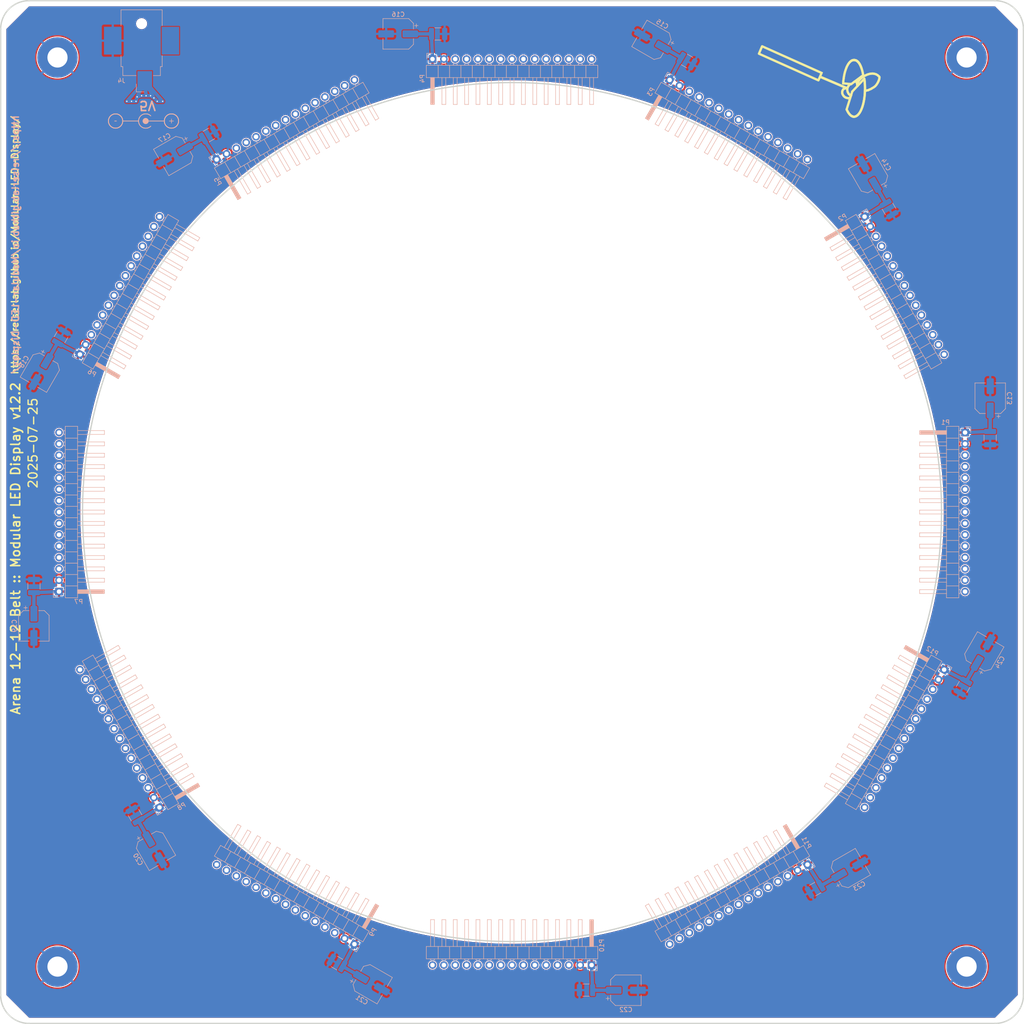
<source format=kicad_pcb>
(kicad_pcb (version 20241229) (generator "pcbnew") (generator_version "9.0")
  (title_block (title "Arena 12-12 Belt :: Modular LED Display") (date "2025-07-25") (rev "v12.2") (company "MCN-NET @ Janelia"))
  (layers (0 "F.Cu" signal) (2 "B.Cu" signal) (13 "F.Paste" user) (15 "B.Paste" user) (5 "F.SilkS" user "F.Silkscreen") (7 "B.SilkS" user "B.Silkscreen") (1 "F.Mask" user) (3 "B.Mask" user) (25 "Edge.Cuts" user))
  (property "URL" "")
  (net 0 "")
  (net 1 "+5V")
  (net 13 "GND")
  (footprint "MountingHole:MountingHole_4.5mm_Pad" (layer "F.Cu") (at 76.2 76.2)
    (property "Reference" "H1" (hide yes))
    (property "Value" "MountingHole_Pad" (hide yes))
  )
  (footprint "MountingHole:MountingHole_4.5mm_Pad" (layer "F.Cu") (at 279.4 279.4)
    (property "Reference" "H3" (hide yes))
    (property "Value" "MountingHole_Pad" (hide yes))
  )
  (footprint "MountingHole:MountingHole_4.5mm_Pad" (layer "F.Cu") (at 76.2 279.4)
    (property "Reference" "H4" (hide yes))
    (property "Value" "MountingHole_Pad" (hide yes))
  )
  (footprint "MountingHole:MountingHole_4.5mm_Pad" (layer "F.Cu") (at 279.4 76.2)
    (property "Reference" "H2" (hide yes))
    (property "Value" "MountingHole_Pad" (hide yes))
  )
  (footprint "Capacitor_SMD:CP_Elec_6.3x7.7" (layer "B.Cu") (at 152.359556 70.918075 180)
    (property "Reference" "C16")
    (property "Value" "C_Polarized")
  )
  (footprint "Capacitor_SMD:C_1210_3225Metric" (layer "B.Cu") (at 216.907465 76.989482 -30)
    (property "Reference" "C3" (hide yes))
    (property "Value" "100uF" (hide yes))
  )
  (footprint "Connector_BarrelJack:BarrelJack_CUI_PJ-036AH-SMT_Horizontal" (layer "B.Cu") (at 95 75.64)
    (property "Reference" "J4")
    (property "Value" "Barrel_Jack")
  )
  (footprint "Connector_PinHeader_2.54mm:PinHeader_1x15_P2.54mm_Horizontal" (layer "B.Cu") (at 195.579999 279.054028 90)
    (property "Reference" "P10")
    (property "Value" "CONN15")
  )
  (footprint "Connector_PinHeader_2.54mm:PinHeader_1x15_P2.54mm_Horizontal" (layer "B.Cu") (at 274.378561 213.029082 150)
    (property "Reference" "P12")
    (property "Value" "CONN15")
  )
  (footprint "Connector_PinHeader_2.54mm:PinHeader_1x15_P2.54mm_Horizontal" (layer "B.Cu") (at 76.545971 195.58)
    (property "Reference" "P7")
    (property "Value" "CONN15")
  )
  (footprint "Capacitor_SMD:CP_Elec_6.3x7.7" (layer "B.Cu") (at 283.082684 209.20889 60)
    (property "Reference" "C24")
    (property "Value" "C_Polarized")
  )
  (footprint "Capacitor_SMD:C_1210_3225Metric" (layer "B.Cu") (at 161.2628 70.941799)
    (property "Reference" "C4" (hide yes))
    (property "Value" "100uF" (hide yes))
  )
  (footprint "Capacitor_SMD:C_1210_3225Metric" (layer "B.Cu") (at 278.610517 216.907465 -120)
    (property "Reference" "C12" (hide yes))
    (property "Value" "100uF" (hide yes))
  )
  (footprint "Capacitor_SMD:CP_Elec_6.3x7.7" (layer "B.Cu") (at 253.273033 257.64224 30)
    (property "Reference" "C23")
    (property "Value" "C_Polarized")
  )
  (footprint "Capacitor_SMD:C_1210_3225Metric" (layer "B.Cu") (at 93.526682 245.550735 120)
    (property "Reference" "C8" (hide yes))
    (property "Value" "100uF" (hide yes))
  )
  (footprint "Connector_PinHeader_2.54mm:PinHeader_1x15_P2.54mm_Horizontal" (layer "B.Cu") (at 142.570917 274.378561 60)
    (property "Reference" "P9")
    (property "Value" "CONN15")
  )
  (footprint "Connector_PinHeader_2.54mm:PinHeader_1x15_P2.54mm_Horizontal" (layer "B.Cu") (at 243.824946 256.598561 120)
    (property "Reference" "P11")
    (property "Value" "CONN15")
  )
  (footprint "Capacitor_SMD:CP_Elec_6.3x7.7" (layer "B.Cu") (at 70.918075 203.240444 -90)
    (property "Reference" "C19")
    (property "Value" "C_Polarized")
  )
  (footprint "Capacitor_SMD:CP_Elec_6.3x7.7" (layer "B.Cu") (at 146.391109 283.082684 -30)
    (property "Reference" "C21")
    (property "Value" "C_Polarized")
  )
  (footprint "Capacitor_SMD:CP_Elec_6.3x7.7" (layer "B.Cu") (at 203.240443 284.681924)
    (property "Reference" "C22")
    (property "Value" "C_Polarized")
  )
  (footprint "Capacitor_SMD:C_1210_3225Metric" (layer "B.Cu") (at 110.049264 93.526682 30)
    (property "Reference" "C5" (hide yes))
    (property "Value" "100uF" (hide yes))
  )
  (footprint "Connector_PinHeader_2.54mm:PinHeader_1x15_P2.54mm_Horizontal" (layer "B.Cu") (at 111.775053 99.001438 -60)
    (property "Reference" "P5")
    (property "Value" "CONN15")
  )
  (footprint "Capacitor_SMD:C_1210_3225Metric" (layer "B.Cu") (at 245.550735 262.073317 -150)
    (property "Reference" "C11" (hide yes))
    (property "Value" "100uF" (hide yes))
  )
  (footprint "Connector_PinHeader_2.54mm:PinHeader_1x15_P2.54mm_Horizontal" (layer "B.Cu") (at 160.02 76.545971 -90)
    (property "Reference" "P4")
    (property "Value" "CONN15")
  )
  (footprint "Capacitor_SMD:C_1210_3225Metric" (layer "B.Cu") (at 284.6582 161.2628 -90)
    (property "Reference" "C1" (hide yes))
    (property "Value" "100uF" (hide yes))
  )
  (footprint "Capacitor_SMD:C_1210_3225Metric" (layer "B.Cu") (at 262.073317 110.049264 -60)
    (property "Reference" "C2" (hide yes))
    (property "Value" "100uF" (hide yes))
  )
  (footprint "Connector_PinHeader_2.54mm:PinHeader_1x15_P2.54mm_Horizontal" (layer "B.Cu") (at 279.054028 160.02 180)
    (property "Reference" "P1")
    (property "Value" "CONN15")
  )
  (footprint "Connector_PinHeader_2.54mm:PinHeader_1x15_P2.54mm_Horizontal" (layer "B.Cu") (at 81.221438 142.570917 -30)
    (property "Reference" "P6")
    (property "Value" "CONN15")
  )
  (footprint "Capacitor_SMD:CP_Elec_6.3x7.7" (layer "B.Cu") (at 257.64224 102.326966 120)
    (property "Reference" "C14")
    (property "Value" "C_Polarized")
  )
  (footprint "Connector_PinHeader_2.54mm:PinHeader_1x15_P2.54mm_Horizontal" (layer "B.Cu") (at 99.001438 243.824946 30)
    (property "Reference" "P8")
    (property "Value" "CONN15")
  )
  (footprint "Capacitor_SMD:CP_Elec_6.3x7.7" (layer "B.Cu") (at 72.517315 146.391109 -120)
    (property "Reference" "C18")
    (property "Value" "C_Polarized")
  )
  (footprint "Capacitor_SMD:CP_Elec_6.3x7.7" (layer "B.Cu") (at 102.326966 97.957759 -150)
    (property "Reference" "C17")
    (property "Value" "C_Polarized")
  )
  (footprint "Capacitor_SMD:CP_Elec_6.3x7.7" (layer "B.Cu") (at 97.957759 253.273033 -60)
    (property "Reference" "C20")
    (property "Value" "C_Polarized")
  )
  (footprint "Capacitor_SMD:C_1210_3225Metric" (layer "B.Cu") (at 76.989482 138.692534 60)
    (property "Reference" "C6" (hide yes))
    (property "Value" "100uF" (hide yes))
  )
  (footprint "Connector_PinHeader_2.54mm:PinHeader_1x15_P2.54mm_Horizontal" (layer "B.Cu") (at 256.598561 111.775053 -150)
    (property "Reference" "P2")
    (property "Value" "CONN15")
  )
  (footprint "Capacitor_SMD:C_1210_3225Metric" (layer "B.Cu") (at 194.3372 284.6582 180)
    (property "Reference" "C10" (hide yes))
    (property "Value" "100uF" (hide yes))
  )
  (footprint "Capacitor_SMD:C_1210_3225Metric" (layer "B.Cu") (at 138.692534 278.610517 150)
    (property "Reference" "C9" (hide yes))
    (property "Value" "100uF" (hide yes))
  )
  (footprint "Capacitor_SMD:C_1210_3225Metric" (layer "B.Cu") (at 70.941799 194.3372 90)
    (property "Reference" "C7" (hide yes))
    (property "Value" "100uF" (hide yes))
  )
  (footprint "Connector_PinHeader_2.54mm:PinHeader_1x15_P2.54mm_Horizontal" (layer "B.Cu") (at 213.029082 81.221438 -120)
    (property "Reference" "P3")
    (property "Value" "CONN15")
  )
  (footprint "Capacitor_SMD:CP_Elec_6.3x7.7" (layer "B.Cu") (at 209.20889 72.517315 150)
    (property "Reference" "C15")
    (property "Value" "C_Polarized")
  )
  (footprint "Capacitor_SMD:CP_Elec_6.3x7.7" (layer "B.Cu") (at 284.681924 152.359556 90)
    (property "Reference" "C13")
    (property "Value" "C_Polarized")
  )
  (gr_line (start 252.745149 83.158866) (end 252.846682 82.811084) (stroke (width 0.514144)) (layer "F.SilkS"))
  (gr_line (start 254.751959 76.886737) (end 254.832186 76.932059) (stroke (width 0.514144)) (layer "F.SilkS"))
  (gr_line (start 253.201058 84.487587) (end 253.055121 84.332802) (stroke (width 0.514144)) (layer "F.SilkS"))
  (gr_line (start 252.707264 88.059074) (end 252.792607 88.226355) (stroke (width 0.514144)) (layer "F.SilkS"))
  (gr_line (start 255.278026 77.343544) (end 255.346418 77.434821) (stroke (width 0.514144)) (layer "F.SilkS"))
  (gr_line (start 254.88994 81.956723) (end 255.36423 81.335224) (stroke (width 0.514144)) (layer "F.SilkS"))
  (gr_line (start 254.006568 89.40495) (end 254.063107 89.416693) (stroke (width 0.514144)) (layer "F.SilkS"))
  (gr_line (start 253.168768 77.367627) (end 253.366821 77.154429) (stroke (width 0.514144)) (layer "F.SilkS"))
  (gr_line (start 256.126945 79.349167) (end 256.211541 79.714153) (stroke (width 0.514144)) (layer "F.SilkS"))
  (gr_line (start 256.610532 81.473064) (end 256.581974 81.216356) (stroke (width 0.514144)) (layer "F.SilkS"))
  (gr_line (start 255.478139 77.636285) (end 255.541468 77.746351) (stroke (width 0.514144)) (layer "F.SilkS"))
  (gr_line (start 254.121027 76.766337) (end 254.235015 76.759866) (stroke (width 0.514144)) (layer "F.SilkS"))
  (gr_line (start 253.568776 84.683342) (end 253.389552 84.621868) (stroke (width 0.514144)) (layer "F.SilkS"))
  (gr_line (start 252.619628 85.238463) (end 252.334113 85.137051) (stroke (width 0.514144)) (layer "F.SilkS"))
  (gr_line (start 256.498768 85.562187) (end 256.542752 85.274453) (stroke (width 0.514144)) (layer "F.SilkS"))
  (gr_line (start 252.096227 79.908031) (end 252.209505 79.447517) (stroke (width 0.514144)) (layer "F.SilkS"))
  (gr_line (start 254.936303 81.581314) (end 255.149848 81.616142) (stroke (width 0.514144)) (layer "F.SilkS"))
  (gr_line (start 255.004947 82.561612) (end 254.88994 81.956723) (stroke (width 0.514144)) (layer "F.SilkS"))
  (gr_line (start 255.063197 81.879162) (end 255.097867 81.791672) (stroke (width 0.514144)) (layer "F.SilkS"))
  (gr_line (start 253.573375 76.984955) (end 253.679557 76.917271) (stroke (width 0.514144)) (layer "F.SilkS"))
  (gr_line (start 255.191303 88.934018) (end 255.300145 88.807136) (stroke (width 0.514144)) (layer "F.SilkS"))
  (gr_line (start 254.234763 89.43192) (end 254.361233 89.423675) (stroke (width 0.514144)) (layer "F.SilkS"))
  (gr_line (start 254.361233 89.423675) (end 254.486039 89.399209) (stroke (width 0.514144)) (layer "F.SilkS"))
  (gr_line (start 256.053633 87.356131) (end 256.13085 87.126231) (stroke (width 0.514144)) (layer "F.SilkS"))
  (gr_line (start 254.586424 76.816575) (end 254.670039 76.848223) (stroke (width 0.514144)) (layer "F.SilkS"))
  (gr_line (start 255.097867 81.791672) (end 255.149848 81.616142) (stroke (width 0.514144)) (layer "F.SilkS"))
  (gr_line (start 254.832186 76.932059) (end 254.910721 76.984126) (stroke (width 0.514144)) (layer "F.SilkS"))
  (gr_line (start 255.886058 78.533617) (end 255.937597 78.685409) (stroke (width 0.514144)) (layer "F.SilkS"))
  (gr_line (start 252.209505 79.447517) (end 252.337602 79.01604) (stroke (width 0.514144)) (layer "F.SilkS"))
  (gr_line (start 256.395325 86.116053) (end 256.449574 85.842853) (stroke (width 0.514144)) (layer "F.SilkS"))
  (gr_line (start 254.965543 89.147073) (end 255.079717 89.047463) (stroke (width 0.514144)) (layer "F.SilkS"))
  (gr_line (start 254.177219 89.430215) (end 254.234763 89.43192) (stroke (width 0.514144)) (layer "F.SilkS"))
  (gr_line (start 254.235015 76.759866) (end 254.325411 76.763441) (stroke (width 0.514144)) (layer "F.SilkS"))
  (gr_line (start 255.062715 77.108259) (end 255.136175 77.180203) (stroke (width 0.514144)) (layer "F.SilkS"))
  (gr_line (start 254.980877 82.202116) (end 254.982787 82.188752) (stroke (width 0.514144)) (layer "F.SilkS"))
  (gr_line (start 252.979735 85.300139) (end 252.619628 85.238463) (stroke (width 0.514144)) (layer "F.SilkS"))
  (gr_line (start 253.568776 84.683342) (end 253.330451 85.199455) (stroke (width 0.514144)) (layer "F.SilkS"))
  (gr_line (start 251.706046 84.476022) (end 251.615916 84.247664) (stroke (width 0.514144)) (layer "F.SilkS"))
  (gr_line (start 257.776502 79.856604) (end 258.143428 79.801214) (stroke (width 0.514144)) (layer "F.SilkS"))
  (gr_line (start 254.008374 76.785575) (end 254.121027 76.766337) (stroke (width 0.514144)) (layer "F.SilkS"))
  (gr_line (start 258.955367 82.627557) (end 258.65461 82.854604) (stroke (width 0.514144)) (layer "F.SilkS"))
  (gr_line (start 259.925168 80.667401) (end 259.88186 80.992598) (stroke (width 0.514144)) (layer "F.SilkS"))
  (gr_line (start 259.72169 80.336422) (end 259.898368 80.517697) (stroke (width 0.514144)) (layer "F.SilkS"))
  (gr_line (start 251.901095 84.782901) (end 251.706046 84.476022) (stroke (width 0.514144)) (layer "F.SilkS"))
  (gr_line (start 256.449574 85.842853) (end 256.498768 85.562187) (stroke (width 0.514144)) (layer "F.SilkS"))
  (gr_line (start 255.603112 77.862559) (end 255.66307 77.984848) (stroke (width 0.514144)) (layer "F.SilkS"))
  (gr_line (start 255.833575 80.825176) (end 256.07449 80.614733) (stroke (width 0.514144)) (layer "F.SilkS"))
  (gr_poly (pts (xy 233.689051 73.692292) (xy 246.988669 79.646922) (xy 246.280092 81.308769) (xy 232.980474 75.354138)) (stroke (width 0.514144)) (fill no) (layer "F.SilkS"))
  (gr_line (start 256.641902 84.372824) (end 256.663503 84.060799) (stroke (width 0.514144)) (layer "F.SilkS"))
  (gr_line (start 252.337602 79.01604) (end 252.479614 78.615696) (stroke (width 0.514144)) (layer "F.SilkS"))
  (gr_line (start 252.580092 87.824001) (end 252.624902 87.882548) (stroke (width 0.514144)) (layer "F.SilkS"))
  (gr_line (start 253.344445 82.172428) (end 253.372692 82.12807) (stroke (width 0.514144)) (layer "F.SilkS"))
  (gr_line (start 252.908719 84.084789) (end 252.794068 83.836328) (stroke (width 0.514144)) (layer "F.SilkS"))
  (gr_line (start 259.456946 80.118536) (end 259.72169 80.336422) (stroke (width 0.514144)) (layer "F.SilkS"))
  (gr_line (start 254.968217 82.368427) (end 254.973825 82.28596) (stroke (width 0.514144)) (layer "F.SilkS"))
  (gr_line (start 256.874789 80.168502) (end 257.100726 80.06007) (stroke (width 0.514144)) (layer "F.SilkS"))
  (gr_line (start 255.797816 87.98511) (end 255.886962 87.785968) (stroke (width 0.514144)) (layer "F.SilkS"))
  (gr_poly (pts (xy 246.873984 80.574988) (xy 252.49223 82.962519) (xy 252.474799 83.003556) (xy 246.856554 80.616024)) (stroke (width 0.514144)) (fill no) (layer "F.SilkS"))
  (gr_line (start 256.679124 83.743696) (end 256.68861 83.421913) (stroke (width 0.514144)) (layer "F.SilkS"))
  (gr_line (start 252.479614 78.615696) (end 252.634639 78.248584) (stroke (width 0.514144)) (layer "F.SilkS"))
  (gr_line (start 258.437888 79.790373) (end 258.773953 79.846174) (stroke (width 0.514144)) (layer "F.SilkS"))
  (gr_line (start 256.542752 85.274453) (end 256.581372 84.98005) (stroke (width 0.514144)) (layer "F.SilkS"))
  (gr_line (start 259.88186 80.992598) (end 259.768065 81.348094) (stroke (width 0.514144)) (layer "F.SilkS"))
  (gr_line (start 259.898368 80.517697) (end 259.925168 80.667401) (stroke (width 0.514144)) (layer "F.SilkS"))
  (gr_line (start 251.998669 80.395481) (end 252.096227 79.908031) (stroke (width 0.514144)) (layer "F.SilkS"))
  (gr_line (start 252.334113 85.137051) (end 252.098681 84.975552) (stroke (width 0.514144)) (layer "F.SilkS"))
  (gr_line (start 254.848933 89.232451) (end 254.965543 89.147073) (stroke (width 0.514144)) (layer "F.SilkS"))
  (gr_line (start 253.841094 83.805115) (end 252.580092 87.824001) (stroke (width 0.514144)) (layer "F.SilkS"))
  (gr_line (start 259.108666 79.927544) (end 259.456946 80.118536) (stroke (width 0.514144)) (layer "F.SilkS"))
  (gr_line (start 253.259934 88.913733) (end 253.360701 89.019333) (stroke (width 0.514144)) (layer "F.SilkS"))
  (gr_line (start 255.777931 78.247431) (end 255.832836 78.387604) (stroke (width 0.514144)) (layer "F.SilkS"))
  (gr_line (start 254.978624 82.225119) (end 254.980877 82.202116) (stroke (width 0.514144)) (layer "F.SilkS"))
  (gr_line (start 252.605399 83.108125) (end 252.605399 83.082556) (stroke (width 0.514144)) (layer "F.SilkS"))
  (gr_line (start 252.846682 82.811084) (end 253.066798 82.474847) (stroke (width 0.514144)) (layer "F.SilkS"))
  (gr_line (start 251.854325 81.442799) (end 251.917734 80.90777) (stroke (width 0.514144)) (layer "F.SilkS"))
  (gr_line (start 252.980119 77.622451) (end 253.168768 77.367627) (stroke (width 0.514144)) (layer "F.SilkS"))
  (gr_line (start 252.880814 88.384095) (end 252.971767 88.531998) (stroke (width 0.514144)) (layer "F.SilkS"))
  (gr_line (start 253.161445 88.797113) (end 253.259934 88.913733) (stroke (width 0.514144)) (layer "F.SilkS"))
  (gr_line (start 254.119996 89.425128) (end 254.177219 89.430215) (stroke (width 0.514144)) (layer "F.SilkS"))
  (gr_line (start 255.705002 88.173204) (end 255.797816 87.98511) (stroke (width 0.514144)) (layer "F.SilkS"))
  (gr_line (start 252.098681 84.975552) (end 251.901095 84.782901) (stroke (width 0.514144)) (layer "F.SilkS"))
  (gr_line (start 255.300145 88.807136) (end 255.406091 88.667216) (stroke (width 0.514144)) (layer "F.SilkS"))
  (gr_line (start 254.486039 89.399209) (end 254.609027 89.358917) (stroke (width 0.514144)) (layer "F.SilkS"))
  (gr_line (start 255.832836 78.387604) (end 255.886058 78.533617) (stroke (width 0.514144)) (layer "F.SilkS"))
  (gr_line (start 253.784201 89.325617) (end 253.894598 89.371681) (stroke (width 0.514144)) (layer "F.SilkS"))
  (gr_line (start 256.211541 79.714153) (end 256.299143 80.148776) (stroke (width 0.514144)) (layer "F.SilkS"))
  (gr_line (start 255.608673 88.349852) (end 255.705002 88.173204) (stroke (width 0.514144)) (layer "F.SilkS"))
  (gr_line (start 254.670039 76.848223) (end 254.751959 76.886737) (stroke (width 0.514144)) (layer "F.SilkS"))
  (gr_line (start 253.366821 77.154429) (end 253.573375 76.984955) (stroke (width 0.514144)) (layer "F.SilkS"))
  (gr_line (start 254.982787 82.188752) (end 255.063197 81.879162) (stroke (width 0.514144)) (layer "F.SilkS"))
  (gr_line (start 255.972286 87.576175) (end 256.053633 87.356131) (stroke (width 0.514144)) (layer "F.SilkS"))
  (gr_line (start 256.272274 86.638462) (end 256.336173 86.381389) (stroke (width 0.514144)) (layer "F.SilkS"))
  (gr_line (start 251.580485 83.954265) (end 251.641486 83.657003) (stroke (width 0.514144)) (layer "F.SilkS"))
  (gr_line (start 256.13085 87.126231) (end 256.203781 86.886876) (stroke (width 0.514144)) (layer "F.SilkS"))
  (gr_line (start 255.721342 78.113159) (end 255.777931 78.247431) (stroke (width 0.514144)) (layer "F.SilkS"))
  (gr_line (start 256.387042 80.431636) (end 256.579345 80.320442) (stroke (width 0.514144)) (layer "F.SilkS"))
  (gr_line (start 255.541468 77.746351) (end 255.603112 77.862559) (stroke (width 0.514144)) (layer "F.SilkS"))
  (gr_line (start 251.615916 84.247664) (end 251.580485 83.954265) (stroke (width 0.514144)) (layer "F.SilkS"))
  (gr_line (start 253.06535 88.66977) (end 253.161445 88.797113) (stroke (width 0.514144)) (layer "F.SilkS"))
  (gr_line (start 256.68861 83.421913) (end 256.691806 83.095848) (stroke (width 0.514144)) (layer "F.SilkS"))
  (gr_line (start 255.346418 77.434821) (end 255.413122 77.532421) (stroke (width 0.514144)) (layer "F.SilkS"))
  (gr_line (start 256.671051 82.26839) (end 256.655167 81.999351) (stroke (width 0.514144)) (layer "F.SilkS"))
  (gr_line (start 258.143428 79.801214) (end 258.437888 79.790373) (stroke (width 0.514144)) (layer "F.SilkS"))
  (gr_line (start 259.628035 81.655472) (end 259.474351 81.949791) (stroke (width 0.514144)) (layer "F.SilkS"))
  (gr_line (start 253.463629 89.113617) (end 253.5686 89.196289) (stroke (width 0.514144)) (layer "F.SilkS"))
  (gr_line (start 251.949529 81.99266) (end 251.809344 81.99847) (stroke (width 0.514144)) (layer "F.SilkS"))
  (gr_line (start 253.679557 76.917271) (end 253.787526 76.861305) (stroke (width 0.514144)) (layer "F.SilkS"))
  (gr_line (start 255.406091 88.667216) (end 255.508985 88.514655) (stroke (width 0.514144)) (layer "F.SilkS"))
  (gr_line (start 257.711562 83.360622) (end 257.366582 83.518349) (stroke (width 0.514144)) (layer "F.SilkS"))
  (gr_line (start 253.675496 89.267055) (end 253.784201 89.325617) (stroke (width 0.514144)) (layer "F.SilkS"))
  (gr_line (start 256.691806 83.095848) (end 256.689467 82.816909) (stroke (width 0.514144)) (layer "F.SilkS"))
  (gr_line (start 257.417584 79.947794) (end 257.776502 79.856604) (stroke (width 0.514144)) (layer "F.SilkS"))
  (gr_line (start 259.235236 82.31449) (end 258.955367 82.627557) (stroke (width 0.514144)) (layer "F.SilkS"))
  (gr_line (start 251.985146 83.188646) (end 252.269 83.108125) (stroke (width 0.514144)) (layer "F.SilkS"))
  (gr_line (start 252.801775 77.916803) (end 252.980119 77.622451) (stroke (width 0.514144)) (layer "F.SilkS"))
  (gr_line (start 257.078921 83.567266) (end 256.807132 83.662512) (stroke (width 0.514144)) (layer "F.SilkS"))
  (gr_line (start 252.971767 88.531998) (end 253.06535 88.66977) (stroke (width 0.514144)) (layer "F.SilkS"))
  (gr_line (start 259.768065 81.348094) (end 259.628035 81.655472) (stroke (width 0.514144)) (layer "F.SilkS"))
  (gr_line (start 258.773953 79.846174) (end 259.108666 79.927544) (stroke (width 0.514144)) (layer "F.SilkS"))
  (gr_line (start 258.303035 83.05475) (end 258.022666 83.232966) (stroke (width 0.514144)) (layer "F.SilkS"))
  (gr_line (start 254.987563 77.04288) (end 255.062715 77.108259) (stroke (width 0.514144)) (layer "F.SilkS"))
  (gr_line (start 254.501115 76.791856) (end 254.586424 76.816575) (stroke (width 0.514144)) (layer "F.SilkS"))
  (gr_line (start 253.89717 76.817319) (end 254.008374 76.785575) (stroke (width 0.514144)) (layer "F.SilkS"))
  (gr_line (start 259.474351 81.949791) (end 259.235236 82.31449) (stroke (width 0.514144)) (layer "F.SilkS"))
  (gr_line (start 255.886962 87.785968) (end 255.972286 87.576175) (stroke (width 0.514144)) (layer "F.SilkS"))
  (gr_line (start 254.063107 89.416693) (end 254.119996 89.425128) (stroke (width 0.514144)) (layer "F.SilkS"))
  (gr_line (start 254.730043 89.303198) (end 254.848933 89.232451) (stroke (width 0.514144)) (layer "F.SilkS"))
  (gr_line (start 254.414111 76.774124) (end 254.501115 76.791856) (stroke (width 0.514144)) (layer "F.SilkS"))
  (gr_line (start 253.055121 84.332802) (end 252.908719 84.084789) (stroke (width 0.514144)) (layer "F.SilkS"))
  (gr_line (start 255.413122 77.532421) (end 255.478139 77.636285) (stroke (width 0.514144)) (layer "F.SilkS"))
  (gr_line (start 256.614473 84.679374) (end 256.641902 84.372824) (stroke (width 0.514144)) (layer "F.SilkS"))
  (gr_line (start 254.327039 81.60624) (end 254.588826 81.574595) (stroke (width 0.514144)) (layer "F.SilkS"))
  (gr_line (start 253.787526 76.861305) (end 253.89717 76.817319) (stroke (width 0.514144)) (layer "F.SilkS"))
  (gr_line (start 253.372692 82.12807) (end 251.949529 81.99266) (stroke (width 0.514144)) (layer "F.SilkS"))
  (gr_line (start 255.508985 88.514655) (end 255.608673 88.349852) (stroke (width 0.514144)) (layer "F.SilkS"))
  (gr_line (start 255.136175 77.180203) (end 255.207945 77.258651) (stroke (width 0.514144)) (layer "F.SilkS"))
  (gr_line (start 255.36423 81.335224) (end 255.577794 81.063886) (stroke (width 0.514144)) (layer "F.SilkS"))
  (gr_line (start 251.790027 83.362635) (end 251.985146 83.188646) (stroke (width 0.514144)) (layer "F.SilkS"))
  (gr_line (start 251.917734 80.90777) (end 251.998669 80.395481) (stroke (width 0.514144)) (layer "F.SilkS"))
  (gr_line (start 255.937597 78.685409) (end 256.035632 79.006091) (stroke (width 0.514144)) (layer "F.SilkS"))
  (gr_line (start 253.894598 89.371681) (end 253.950394 89.389933) (stroke (width 0.514144)) (layer "F.SilkS"))
  (gr_line (start 252.736449 83.485256) (end 252.745149 83.158866) (stroke (width 0.514144)) (layer "F.SilkS"))
  (gr_line (start 256.336173 86.381389) (end 256.395325 86.116053) (stroke (width 0.514144)) (layer "F.SilkS"))
  (gr_line (start 252.794068 83.836328) (end 252.736449 83.485256) (stroke (width 0.514144)) (layer "F.SilkS"))
  (gr_line (start 253.330451 85.199455) (end 252.979735 85.300139) (stroke (width 0.514144)) (layer "F.SilkS"))
  (gr_line (start 257.366582 83.518349) (end 257.078921 83.567266) (stroke (width 0.514144)) (layer "F.SilkS"))
  (gr_line (start 253.389552 84.621868) (end 253.201058 84.487587) (stroke (width 0.514144)) (layer "F.SilkS"))
  (gr_line (start 256.689467 82.816909) (end 256.682517 82.540999) (stroke (width 0.514144)) (layer "F.SilkS"))
  (gr_line (start 252.792607 88.226355) (end 252.880814 88.384095) (stroke (width 0.514144)) (layer "F.SilkS"))
  (gr_line (start 252.624902 87.882548) (end 252.707264 88.059074) (stroke (width 0.514144)) (layer "F.SilkS"))
  (gr_line (start 256.07449 80.614733) (end 256.387042 80.431636) (stroke (width 0.514144)) (layer "F.SilkS"))
  (gr_line (start 256.634961 81.734152) (end 256.610532 81.473064) (stroke (width 0.514144)) (layer "F.SilkS"))
  (gr_line (start 256.682517 82.540999) (end 256.671051 82.26839) (stroke (width 0.514144)) (layer "F.SilkS"))
  (gr_line (start 256.581974 81.216356) (end 256.546317 80.940561) (stroke (width 0.514144)) (layer "F.SilkS"))
  (gr_line (start 255.66307 77.984848) (end 255.721342 78.113159) (stroke (width 0.514144)) (layer "F.SilkS"))
  (gr_line (start 253.360701 89.019333) (end 253.463629 89.113617) (stroke (width 0.514144)) (layer "F.SilkS"))
  (gr_line (start 253.066798 82.474847) (end 253.224452 82.291574) (stroke (width 0.514144)) (layer "F.SilkS"))
  (gr_line (start 254.325411 76.763441) (end 254.414111 76.774124) (stroke (width 0.514144)) (layer "F.SilkS"))
  (gr_line (start 254.609027 89.358917) (end 254.730043 89.303198) (stroke (width 0.514144)) (layer "F.SilkS"))
  (gr_line (start 254.973825 82.28596) (end 254.978624 82.225119) (stroke (width 0.514144)) (layer "F.SilkS"))
  (gr_line (start 256.546317 80.940561) (end 253.841094 83.805115) (stroke (width 0.514144)) (layer "F.SilkS"))
  (gr_line (start 256.663503 84.060799) (end 256.681084 83.7039) (stroke (width 0.514144)) (layer "F.SilkS"))
  (gr_line (start 256.299143 80.148776) (end 253.604516 82.150128) (stroke (width 0.514144)) (layer "F.SilkS"))
  (gr_line (start 258.022666 83.232966) (end 257.711562 83.360622) (stroke (width 0.514144)) (layer "F.SilkS"))
  (gr_line (start 256.203781 86.886876) (end 256.272274 86.638462) (stroke (width 0.514144)) (layer "F.SilkS"))
  (gr_line (start 255.079717 89.047463) (end 255.191303 88.934018) (stroke (width 0.514144)) (layer "F.SilkS"))
  (gr_line (start 252.269 83.108125) (end 252.605399 83.108125) (stroke (width 0.514144)) (layer "F.SilkS"))
  (gr_line (start 256.579345 80.320442) (end 256.874789 80.168502) (stroke (width 0.514144)) (layer "F.SilkS"))
  (gr_line (start 256.807132 83.662512) (end 256.681084 83.7039) (stroke (width 0.514144)) (layer "F.SilkS"))
  (gr_line (start 256.581372 84.98005) (end 256.614473 84.679374) (stroke (width 0.514144)) (layer "F.SilkS"))
  (gr_line (start 255.577794 81.063886) (end 255.833575 80.825176) (stroke (width 0.514144)) (layer "F.SilkS"))
  (gr_line (start 253.5686 89.196289) (end 253.675496 89.267055) (stroke (width 0.514144)) (layer "F.SilkS"))
  (gr_line (start 256.035632 79.006091) (end 256.126945 79.349167) (stroke (width 0.514144)) (layer "F.SilkS"))
  (gr_line (start 254.588826 81.574595) (end 254.936303 81.581314) (stroke (width 0.514144)) (layer "F.SilkS"))
  (gr_line (start 253.950394 89.389933) (end 254.006568 89.40495) (stroke (width 0.514144)) (layer "F.SilkS"))
  (gr_line (start 253.370795 82.131049) (end 253.604516 82.150128) (stroke (width 0.514144)) (layer "F.SilkS"))
  (gr_line (start 251.641486 83.657003) (end 251.790027 83.362635) (stroke (width 0.514144)) (layer "F.SilkS"))
  (gr_line (start 252.634639 78.248584) (end 252.801775 77.916803) (stroke (width 0.514144)) (layer "F.SilkS"))
  (gr_line (start 255.207945 77.258651) (end 255.278026 77.343544) (stroke (width 0.514144)) (layer "F.SilkS"))
  (gr_line (start 258.65461 82.854604) (end 258.303035 83.05475) (stroke (width 0.514144)) (layer "F.SilkS"))
  (gr_line (start 257.100726 80.06007) (end 257.417584 79.947794) (stroke (width 0.514144)) (layer "F.SilkS"))
  (gr_line (start 253.224452 82.291574) (end 253.344445 82.172428) (stroke (width 0.514144)) (layer "F.SilkS"))
  (gr_line (start 251.809344 81.99847) (end 251.854325 81.442799) (stroke (width 0.514144)) (layer "F.SilkS"))
  (gr_line (start 254.910721 76.984126) (end 254.987563 77.04288) (stroke (width 0.514144)) (layer "F.SilkS"))
  (gr_line (start 256.655167 81.999351) (end 256.634961 81.734152) (stroke (width 0.514144)) (layer "F.SilkS"))
  (gr_line (start 94.320213 90.477264) (end 94.32574 90.554368) (stroke (width 0.15487)) (layer "B.SilkS"))
  (gr_line (start 87.586397 90.4) (end 87.588476 90.482229) (stroke (width 0.179621)) (layer "B.SilkS"))
  (gr_line (start 102.500687 89.033432) (end 102.433771 88.994957) (stroke (width 0.179621)) (layer "B.SilkS"))
  (gr_line (start 87.658236 89.924831) (end 87.636703 90.000658) (stroke (width 0.179621)) (layer "B.SilkS"))
  (gr_line (start 89.26654 91.995853) (end 89.347689 91.989683) (stroke (width 0.179621)) (layer "B.SilkS"))
  (gr_line (start 89.583656 88.852406) (end 89.506347 88.834564) (stroke (width 0.179621)) (layer "B.SilkS"))
  (gr_line (start 100.199767 89.778022) (end 100.171156 89.850585) (stroke (width 0.179621)) (layer "B.SilkS"))
  (gr_line (start 90.763816 90.643355) (end 90.773978 90.563384) (stroke (width 0.179621)) (layer "B.SilkS"))
  (gr_line (start 88.562331 88.92767) (end 88.49155 88.959669) (stroke (width 0.179621)) (layer "B.SilkS"))
  (gr_line (start 94.629729 89.447895) (end 94.58367 89.51398) (stroke (width 0.15487)) (layer "B.SilkS"))
  (gr_line (start 90.509329 91.29343) (end 90.550892 91.228597) (stroke (width 0.179621)) (layer "B.SilkS"))
  (gr_line (start 90.550892 91.228597) (end 90.589368 91.16168) (stroke (width 0.179621)) (layer "B.SilkS"))
  (gr_line (start 94.58367 89.51398) (end 94.541296 89.581782) (stroke (width 0.15487)) (layer "B.SilkS"))
  (gr_line (start 89.659483 91.926095) (end 89.733729 91.900973) (stroke (width 0.179621)) (layer "B.SilkS"))
  (gr_line (start 87.711969 91.021984) (end 87.743968 91.092766) (stroke (width 0.179621)) (layer "B.SilkS"))
  (gr_line (start 95.851414 88.791565) (end 95.774311 88.797092) (stroke (width 0.15487)) (layer "B.SilkS"))
  (gr_line (start 95.697493 88.806304) (end 95.621105 88.819201) (stroke (width 0.15487)) (layer "B.SilkS"))
  (gr_line (start 96.534615 88.907636) (end 96.461374 88.88) (stroke (width 0.15487)) (layer "B.SilkS"))
  (gr_line (start 96.534614 91.892398) (end 96.60671 91.861077) (stroke (width 0.15487)) (layer "B.SilkS"))
  (gr_line (start 94.790014 89.261375) (end 94.732901 89.32145) (stroke (width 0.15487)) (layer "B.SilkS"))
  (gr_line (start 95.545289 91.964251) (end 95.621105 91.980832) (stroke (width 0.15487)) (layer "B.SilkS"))
  (gr_line (start 88.355735 91.766592) (end 88.422651 91.805069) (stroke (width 0.179621)) (layer "B.SilkS"))
  (gr_line (start 101.835487 88.81035) (end 101.754338 88.80418) (stroke (width 0.179621)) (layer "B.SilkS"))
  (gr_line (start 87.588476 90.482229) (end 87.594646 90.563378) (stroke (width 0.179621)) (layer "B.SilkS"))
  (gr_line (start 96.880783 91.698946) (end 96.945009 91.649202) (stroke (width 0.15487)) (layer "B.SilkS"))
  (gr_line (start 103.198186 90.875185) (end 103.219719 90.799356) (stroke (width 0.179621)) (layer "B.SilkS"))
  (gr_line (start 89.877074 91.840363) (end 89.945973 91.805075) (stroke (width 0.179621)) (layer "B.SilkS"))
  (gr_line (start 88.054415 89.270111) (end 88.001506 89.325605) (stroke (width 0.179621)) (layer "B.SilkS"))
  (gr_line (start 87.903846 91.356065) (end 87.951283 91.41643) (stroke (width 0.179621)) (layer "B.SilkS"))
  (gr_line (start 100.267054 89.638343) (end 100.231766 89.707241) (stroke (width 0.179621)) (layer "B.SilkS"))
  (gr_line (start 95.77431 92.002941) (end 95.851414 92.008468) (stroke (width 0.15487)) (layer "B.SilkS"))
  (gr_line (start 101.428763 91.979521) (end 101.508733 91.989683) (stroke (width 0.179621)) (layer "B.SilkS"))
  (gr_line (start 101.915457 88.820512) (end 101.835487 88.81035) (stroke (width 0.179621)) (layer "B.SilkS"))
  (gr_line (start 96.312032 91.964251) (end 96.387132 91.943985) (stroke (width 0.15487)) (layer "B.SilkS"))
  (gr_line (start 102.364872 91.840363) (end 102.433771 91.805075) (stroke (width 0.179621)) (layer "B.SilkS"))
  (gr_line (start 87.594646 90.236623) (end 87.588476 90.317772) (stroke (width 0.179621)) (layer "B.SilkS"))
  (gr_line (start 95.110427 89.012652) (end 95.042624 89.055027) (stroke (width 0.15487)) (layer "B.SilkS"))
  (gr_line (start 102.746512 91.582827) (end 102.802007 91.529918) (stroke (width 0.179621)) (layer "B.SilkS"))
  (gr_line (start 88.634895 91.900969) (end 88.709141 91.926092) (stroke (width 0.179621)) (layer "B.SilkS"))
  (gr_line (start 89.733729 91.900973) (end 89.806293 91.872362) (stroke (width 0.179621)) (layer "B.SilkS"))
  (gr_line (start 88.862276 88.834564) (end 88.784968 88.852406) (stroke (width 0.179621)) (layer "B.SilkS"))
  (gr_line (start 102.433771 91.805075) (end 102.500687 91.7666) (stroke (width 0.179621)) (layer "B.SilkS"))
  (gr_line (start 100.146034 90.875173) (end 100.171156 90.949419) (stroke (width 0.179621)) (layer "B.SilkS"))
  (gr_line (start 103.077166 89.638343) (end 103.03869 89.571427) (stroke (width 0.179621)) (layer "B.SilkS"))
  (gr_line (start 89.583656 91.947627) (end 89.659483 91.926095) (stroke (width 0.179621)) (layer "B.SilkS"))
  (gr_line (start 102.854916 89.325605) (end 102.802007 89.270111) (stroke (width 0.179621)) (layer "B.SilkS"))
  (gr_line (start 95.621105 91.980832) (end 95.697493 91.993729) (stroke (width 0.15487)) (layer "B.SilkS"))
  (gr_line (start 100.106658 90.722037) (end 100.124501 90.799345) (stroke (width 0.179621)) (layer "B.SilkS"))
  (gr_line (start 88.49155 91.840358) (end 88.562331 91.872358) (stroke (width 0.179621)) (layer "B.SilkS"))
  (gr_line (start 88.862276 91.965468) (end 88.940965 91.979521) (stroke (width 0.179621)) (layer "B.SilkS"))
  (gr_line (start 89.347689 91.989683) (end 89.427659 91.979521) (stroke (width 0.179621)) (layer "B.SilkS"))
  (gr_line (start 100.124501 90.799345) (end 100.146034 90.875173) (stroke (width 0.179621)) (layer "B.SilkS"))
  (gr_line (start 94.408646 90.932732) (end 94.436281 91.005972) (stroke (width 0.15487)) (layer "B.SilkS"))
  (gr_line (start 94.679472 89.383671) (end 94.629729 89.447895) (stroke (width 0.15487)) (layer "B.SilkS"))
  (gr_line (start 101.272766 88.852406) (end 101.196939 88.873938) (stroke (width 0.179621)) (layer "B.SilkS"))
  (gr_line (start 102.688532 89.16698) (end 102.628168 89.119544) (stroke (width 0.179621)) (layer "B.SilkS"))
  (gr_line (start 87.859295 89.506596) (end 87.817732 89.571427) (stroke (width 0.179621)) (layer "B.SilkS"))
  (gr_line (start 90.710388 89.924831) (end 90.685266 89.850585) (stroke (width 0.179621)) (layer "B.SilkS"))
  (gr_line (start 88.562331 91.872358) (end 88.634895 91.900969) (stroke (width 0.179621)) (layer "B.SilkS"))
  (gr_line (start 90.710388 90.875185) (end 90.731921 90.799356) (stroke (width 0.179621)) (layer "B.SilkS"))
  (gr_line (start 94.436281 89.794061) (end 94.408646 89.867301) (stroke (width 0.15487)) (layer "B.SilkS"))
  (gr_line (start 96.461374 91.920034) (end 96.534614 91.892398) (stroke (width 0.15487)) (layer "B.SilkS"))
  (gr_line (start 88.290902 91.725028) (end 88.355735 91.766592) (stroke (width 0.179621)) (layer "B.SilkS"))
  (gr_line (start 100.146034 89.924831) (end 100.124501 90.000658) (stroke (width 0.179621)) (layer "B.SilkS"))
  (gr_line (start 97.007232 91.595772) (end 97.067308 91.538658) (stroke (width 0.15487)) (layer "B.SilkS"))
  (gr_line (start 102.29409 91.872362) (end 102.364872 91.840363) (stroke (width 0.179621)) (layer "B.SilkS"))
  (gr_line (start 96.461374 88.88) (end 96.387133 88.856049) (stroke (width 0.15487)) (layer "B.SilkS"))
  (gr_line (start 100.843533 91.766592) (end 100.910449 91.805069) (stroke (width 0.179621)) (layer "B.SilkS"))
  (gr_line (start 88.784968 91.947625) (end 88.862276 91.965468) (stroke (width 0.179621)) (layer "B.SilkS"))
  (gr_line (start 87.594646 90.563378) (end 87.604808 90.643348) (stroke (width 0.179621)) (layer "B.SilkS"))
  (gr_line (start 103.261776 90.236623) (end 103.251614 90.156654) (stroke (width 0.179621)) (layer "B.SilkS"))
  (gr_line (start 88.228254 89.119544) (end 88.167889 89.16698) (stroke (width 0.179621)) (layer "B.SilkS"))
  (gr_poly (pts (xy 95.936464 91.011376) (xy 95.967552 91.009012) (xy 95.998188 91.005119) (xy 96.028334 90.999735) (xy 96.05795 90.9929) (xy 96.087 90.98465) (xy 96.115443 90.975026) (xy 96.143242 90.964065) (xy 96.170358 90.951805) (xy 96.196753 90.938286) (xy 96.222388 90.923546) (xy 96.247225 90.907623) (xy 96.271226 90.890555) (xy 96.294351 90.872382) (xy 96.316563 90.853141) (xy 96.337823 90.832871) (xy 96.358092 90.811611) (xy 96.377332 90.789399) (xy 96.395505 90.766273) (xy 96.412572 90.742271) (xy 96.428495 90.717434) (xy 96.443235 90.691798) (xy 96.456754 90.665402) (xy 96.469013 90.638285) (xy 96.479973 90.610486) (xy 96.489598 90.582042) (xy 96.497847 90.552992) (xy 96.504682 90.523374) (xy 96.510065 90.493228) (xy 96.513958 90.462591) (xy 96.516322 90.431503) (xy 96.517119 90.4) (xy 96.516322 90.368498) (xy 96.513958 90.33741) (xy 96.510065 90.306774) (xy 96.504682 90.276628) (xy 96.497847 90.247011) (xy 96.489598 90.217962) (xy 96.479973 90.189519) (xy 96.469013 90.161721) (xy 96.456754 90.134605) (xy 96.443235 90.108211) (xy 96.428495 90.082576) (xy 96.412572 90.05774) (xy 96.395505 90.03374) (xy 96.377332 90.010615) (xy 96.358092 89.988405) (xy 96.337823 89.967146) (xy 96.316563 89.946877) (xy 96.294351 89.927638) (xy 96.271226 89.909466) (xy 96.247225 89.8924) (xy 96.222388 89.876478) (xy 96.196753 89.861739) (xy 96.170358 89.848222) (xy 96.143242 89.835963) (xy 96.115443 89.825003) (xy 96.087 89.81538) (xy 96.05795 89.807132) (xy 96.028334 89.800297) (xy 95.998188 89.794914) (xy 95.967552 89.791021) (xy 95.936464 89.788657) (xy 95.904963 89.787861) (xy 95.873461 89.788657) (xy 95.842374 89.791021) (xy 95.811738 89.794914) (xy 95.781592 89.800297) (xy 95.751976 89.807132) (xy 95.722927 89.81538) (xy 95.694483 89.825003) (xy 95.666684 89.835963) (xy 95.639568 89.848222) (xy 95.613173 89.861739) (xy 95.587538 89.876478) (xy 95.562701 89.8924) (xy 95.538701 89.909466) (xy 95.515575 89.927638) (xy 95.493364 89.946877) (xy 95.472104 89.967146) (xy 95.451835 89.988405) (xy 95.432594 90.010615) (xy 95.414421 90.03374) (xy 95.397354 90.05774) (xy 95.381432 90.082576) (xy 95.366692 90.108211) (xy 95.353173 90.134605) (xy 95.340914 90.161721) (xy 95.329953 90.189519) (xy 95.320329 90.217962) (xy 95.31208 90.247011) (xy 95.305245 90.276628) (xy 95.299861 90.306774) (xy 95.295968 90.33741) (xy 95.293604 90.368498) (xy 95.292808 90.4) (xy 95.293604 90.431503) (xy 95.295968 90.462591) (xy 95.299861 90.493228) (xy 95.305245 90.523374) (xy 95.31208 90.552992) (xy 95.320329 90.582042) (xy 95.329953 90.610486) (xy 95.340914 90.638285) (xy 95.353173 90.665402) (xy 95.366692 90.691798) (xy 95.381432 90.717434) (xy 95.397354 90.742271) (xy 95.414421 90.766273) (xy 95.432594 90.789399) (xy 95.451835 90.811611) (xy 95.472104 90.832871) (xy 95.493364 90.853141) (xy 95.515575 90.872382) (xy 95.538701 90.890555) (xy 95.562701 90.907623) (xy 95.587538 90.923546) (xy 95.613173 90.938286) (xy 95.639568 90.951805) (xy 95.666684 90.964065) (xy 95.694483 90.975026) (xy 95.722927 90.98465) (xy 95.751976 90.9929) (xy 95.781592 90.999735) (xy 95.811738 91.005119) (xy 95.842374 91.009012) (xy 95.873461 91.011376) (xy 95.904963 91.012172)) (stroke (width 0.125869)) (fill yes) (layer "B.SilkS"))
  (gr_line (start 102.147281 91.926095) (end 102.221527 91.900973) (stroke (width 0.179621)) (layer "B.SilkS"))
  (gr_line (start 94.347848 90.09246) (end 94.334952 90.168848) (stroke (width 0.15487)) (layer "B.SilkS"))
  (gr_line (start 90.314209 89.270111) (end 90.258714 89.217203) (stroke (width 0.179621)) (layer "B.SilkS"))
  (gr_line (start 90.314209 91.529918) (end 90.367118 91.474423) (stroke (width 0.179621)) (layer "B.SilkS"))
  (gr_line (start 96.880783 89.101087) (end 96.814698 89.055027) (stroke (width 0.15487)) (layer "B.SilkS"))
  (gr_line (start 89.184312 91.997933) (end 89.26654 91.995853) (stroke (width 0.179621)) (layer "B.SilkS"))
  (gr_line (start 95.322707 88.907636) (end 95.250611 88.938956) (stroke (width 0.15487)) (layer "B.SilkS"))
  (gr_line (start 87.636703 90.799345) (end 87.658236 90.875173) (stroke (width 0.179621)) (layer "B.SilkS"))
  (gr_line (start 90.685266 90.949432) (end 90.710388 90.875185) (stroke (width 0.179621)) (layer "B.SilkS"))
  (gr_poly (pts (xy 101.740507 90.465952) (xy 102.189635 90.465952) (xy 102.189635 90.334113) (xy 101.740507 90.334113) (xy 101.740507 89.88498) (xy 101.603709 89.88498) (xy 101.603709 90.334113) (xy 101.154583 90.334113) (xy 101.154583 90.465952) (xy 101.603709 90.465952) (xy 101.603709 90.915085) (xy 101.740507 90.915085)) (fill yes) (layer "B.SilkS"))
  (gr_line (start 88.784968 88.852406) (end 88.709141 88.873938) (stroke (width 0.179621)) (layer "B.SilkS"))
  (gr_line (start 102.997126 89.506596) (end 102.952576 89.443948) (stroke (width 0.179621)) (layer "B.SilkS"))
  (gr_line (start 88.940965 88.820512) (end 88.862276 88.834564) (stroke (width 0.179621)) (layer "B.SilkS"))
  (gr_line (start 90.464778 91.356079) (end 90.509329 91.29343) (stroke (width 0.179621)) (layer "B.SilkS"))
  (gr_line (start 100.910449 91.805069) (end 100.979348 91.840358) (stroke (width 0.179621)) (layer "B.SilkS"))
  (gr_line (start 100.910449 88.994957) (end 100.843533 89.033432) (stroke (width 0.179621)) (layer "B.SilkS"))
  (gr_line (start 95.110427 91.787381) (end 95.179803 91.826072) (stroke (width 0.15487)) (layer "B.SilkS"))
  (gr_line (start 102.802007 91.529918) (end 102.854916 91.474423) (stroke (width 0.179621)) (layer "B.SilkS"))
  (gr_line (start 101.67211 88.802101) (end 101.589882 88.80418) (stroke (width 0.179621)) (layer "B.SilkS"))
  (gr_line (start 96.814698 89.055027) (end 96.746895 89.012652) (stroke (width 0.15487)) (layer "B.SilkS"))
  (gr_line (start 89.102083 88.80418) (end 89.020934 88.81035) (stroke (width 0.179621)) (layer "B.SilkS"))
  (gr_line (start 87.658236 90.875173) (end 87.683358 90.949419) (stroke (width 0.179621)) (layer "B.SilkS"))
  (gr_line (start 102.952576 89.443948) (end 102.905139 89.383584) (stroke (width 0.179621)) (layer "B.SilkS"))
  (gr_line (start 94.912312 89.150832) (end 94.85009 89.204261) (stroke (width 0.15487)) (layer "B.SilkS"))
  (gr_line (start 89.506347 91.965469) (end 89.583656 91.947627) (stroke (width 0.179621)) (layer "B.SilkS"))
  (gr_line (start 100.655688 91.63304) (end 100.716052 91.680477) (stroke (width 0.179621)) (layer "B.SilkS"))
  (gr_line (start 87.859295 91.293415) (end 87.903846 91.356065) (stroke (width 0.179621)) (layer "B.SilkS"))
  (gr_line (start 87.683358 89.850585) (end 87.658236 89.924831) (stroke (width 0.179621)) (layer "B.SilkS"))
  (gr_line (start 95.322707 91.892398) (end 95.395947 91.920034) (stroke (width 0.15487)) (layer "B.SilkS"))
  (gr_line (start 103.198186 89.924831) (end 103.173064 89.850585) (stroke (width 0.179621)) (layer "B.SilkS"))
  (gr_line (start 90.077722 89.074994) (end 90.012889 89.033432) (stroke (width 0.179621)) (layer "B.SilkS"))
  (gr_line (start 90.731921 90.799356) (end 90.749763 90.722046) (stroke (width 0.179621)) (layer "B.SilkS"))
  (gr_line (start 90.656655 89.778022) (end 90.624656 89.707241) (stroke (width 0.179621)) (layer "B.SilkS"))
  (gr_line (start 87.951283 89.383584) (end 87.903846 89.443948) (stroke (width 0.179621)) (layer "B.SilkS"))
  (gr_line (start 89.184312 88.802101) (end 89.102083 88.80418) (stroke (width 0.179621)) (layer "B.SilkS"))
  (gr_line (start 90.589368 91.16168) (end 90.624656 91.09278) (stroke (width 0.179621)) (layer "B.SilkS"))
  (gr_line (start 94.384695 89.941543) (end 94.364429 90.016644) (stroke (width 0.15487)) (layer "B.SilkS"))
  (gr_line (start 102.746512 89.217203) (end 102.688532 89.16698) (stroke (width 0.179621)) (layer "B.SilkS"))
  (gr_line (start 102.628168 91.680487) (end 102.688532 91.63305) (stroke (width 0.179621)) (layer "B.SilkS"))
  (gr_line (start 100.092606 90.156654) (end 100.082444 90.236623) (stroke (width 0.179621)) (layer "B.SilkS"))
  (gr_line (start 88.054415 91.529906) (end 88.10991 91.582816) (stroke (width 0.179621)) (layer "B.SilkS"))
  (gr_line (start 94.912312 91.649202) (end 94.976538 91.698946) (stroke (width 0.15487)) (layer "B.SilkS"))
  (gr_line (start 88.940965 91.979521) (end 89.020934 91.989683) (stroke (width 0.179621)) (layer "B.SilkS"))
  (gr_line (start 103.267946 90.482232) (end 103.270026 90.4) (stroke (width 0.179621)) (layer "B.SilkS"))
  (gr_line (start 103.173064 90.949432) (end 103.198186 90.875185) (stroke (width 0.179621)) (layer "B.SilkS"))
  (gr_line (start 94.976538 89.101087) (end 94.912312 89.150832) (stroke (width 0.15487)) (layer "B.SilkS"))
  (gr_line (start 103.219719 90.000658) (end 103.198186 89.924831) (stroke (width 0.179621)) (layer "B.SilkS"))
  (gr_line (start 96.236217 88.819201) (end 96.159828 88.806304) (stroke (width 0.15487)) (layer "B.SilkS"))
  (gr_line (start 87.779256 91.161666) (end 87.817732 91.228582) (stroke (width 0.179621)) (layer "B.SilkS"))
  (gr_line (start 100.076274 90.482229) (end 100.082444 90.563378) (stroke (width 0.179621)) (layer "B.SilkS"))
  (gr_line (start 94.347848 90.707574) (end 94.364429 90.78339) (stroke (width 0.15487)) (layer "B.SilkS"))
  (gr_line (start 90.624656 91.09278) (end 90.656655 91.021997) (stroke (width 0.179621)) (layer "B.SilkS"))
  (gr_line (start 97.007232 89.204261) (end 96.945009 89.150832) (stroke (width 0.15487)) (layer "B.SilkS"))
  (gr_line (start 89.945973 91.805075) (end 90.012889 91.7666) (stroke (width 0.179621)) (layer "B.SilkS"))
  (gr_line (start 96.746894 91.787381) (end 96.814697 91.745006) (stroke (width 0.15487)) (layer "B.SilkS"))
  (gr_line (start 100.199767 91.021984) (end 100.231766 91.092766) (stroke (width 0.179621)) (layer "B.SilkS"))
  (gr_line (start 100.347093 89.506596) (end 100.30553 89.571427) (stroke (width 0.179621)) (layer "B.SilkS"))
  (gr_line (start 95.851414 92.008468) (end 95.92866 92.010311) (stroke (width 0.15487)) (layer "B.SilkS"))
  (gr_line (start 94.629729 91.352138) (end 94.679472 91.416363) (stroke (width 0.15487)) (layer "B.SilkS"))
  (gr_line (start 90.782227 90.4) (end 90.780148 90.317772) (stroke (width 0.179621)) (layer "B.SilkS"))
  (gr_line (start 89.806293 91.872362) (end 89.877074 91.840363) (stroke (width 0.179621)) (layer "B.SilkS"))
  (gr_line (start 90.417341 89.383584) (end 90.367118 89.325605) (stroke (width 0.179621)) (layer "B.SilkS"))
  (gr_line (start 100.391644 91.356065) (end 100.439081 91.41643) (stroke (width 0.179621)) (layer "B.SilkS"))
  (gr_line (start 102.29409 88.92767) (end 102.221527 88.89906) (stroke (width 0.179621)) (layer "B.SilkS"))
  (gr_line (start 100.597708 89.217203) (end 100.542213 89.270111) (stroke (width 0.179621)) (layer "B.SilkS"))
  (gr_line (start 89.945973 88.994957) (end 89.877074 88.959669) (stroke (width 0.179621)) (layer "B.SilkS"))
  (gr_line (start 88.228254 91.680477) (end 88.290902 91.725028) (stroke (width 0.179621)) (layer "B.SilkS"))
  (gr_line (start 95.774311 88.797092) (end 95.697493 88.806304) (stroke (width 0.15487)) (layer "B.SilkS"))
  (gr_line (start 103.112454 91.09278) (end 103.144453 91.021997) (stroke (width 0.179621)) (layer "B.SilkS"))
  (gr_line (start 94.334952 90.631185) (end 94.347848 90.707574) (stroke (width 0.15487)) (layer "B.SilkS"))
  (gr_line (start 102.221527 91.900973) (end 102.29409 91.872362) (stroke (width 0.179621)) (layer "B.SilkS"))
  (gr_line (start 90.258714 89.217203) (end 90.200734 89.16698) (stroke (width 0.179621)) (layer "B.SilkS"))
  (gr_line (start 100.30553 89.571427) (end 100.267054 89.638343) (stroke (width 0.179621)) (layer "B.SilkS"))
  (gr_line (start 88.422651 91.805069) (end 88.49155 91.840358) (stroke (width 0.179621)) (layer "B.SilkS"))
  (gr_line (start 100.542213 91.529906) (end 100.597708 91.582816) (stroke (width 0.179621)) (layer "B.SilkS"))
  (gr_line (start 101.994145 91.965469) (end 102.071454 91.947627) (stroke (width 0.179621)) (layer "B.SilkS"))
  (gr_line (start 94.334952 90.168848) (end 94.32574 90.245666) (stroke (width 0.15487)) (layer "B.SilkS"))
  (gr_line (start 101.350074 88.834564) (end 101.272766 88.852406) (stroke (width 0.179621)) (layer "B.SilkS"))
  (gr_line (start 96.005907 88.791565) (end 95.928661 88.789723) (stroke (width 0.15487)) (layer "B.SilkS"))
  (gr_line (start 95.92866 92.010311) (end 96.005907 92.008468) (stroke (width 0.15487)) (layer "B.SilkS"))
  (gr_line (start 88.290902 89.074994) (end 88.228254 89.119544) (stroke (width 0.179621)) (layer "B.SilkS"))
  (gr_line (start 100.439081 91.41643) (end 100.489304 91.47441) (stroke (width 0.179621)) (layer "B.SilkS"))
  (gr_line (start 94.502606 91.148875) (end 94.541296 91.218251) (stroke (width 0.15487)) (layer "B.SilkS"))
  (gr_line (start 96.312032 88.835782) (end 96.236217 88.819201) (stroke (width 0.15487)) (layer "B.SilkS"))
  (gr_line (start 88.709141 91.926092) (end 88.784968 91.947625) (stroke (width 0.179621)) (layer "B.SilkS"))
  (gr_line (start 101.272766 91.947625) (end 101.350074 91.965468) (stroke (width 0.179621)) (layer "B.SilkS"))
  (gr_line (start 96.236216 91.980832) (end 96.312032 91.964251) (stroke (width 0.15487)) (layer "B.SilkS"))
  (gr_line (start 96.387132 91.943985) (end 96.461374 91.920034) (stroke (width 0.15487)) (layer "B.SilkS"))
  (gr_line (start 100.30553 91.228582) (end 100.347093 91.293415) (stroke (width 0.179621)) (layer "B.SilkS"))
  (gr_line (start 102.071454 88.852406) (end 101.994145 88.834564) (stroke (width 0.179621)) (layer "B.SilkS"))
  (gr_line (start 101.589882 88.80418) (end 101.508733 88.81035) (stroke (width 0.179621)) (layer "B.SilkS"))
  (gr_line (start 90.749763 90.722046) (end 90.763816 90.643355) (stroke (width 0.179621)) (layer "B.SilkS"))
  (gr_line (start 102.905139 91.416443) (end 102.952576 91.356079) (stroke (width 0.179621)) (layer "B.SilkS"))
  (gr_line (start 102.628168 89.119544) (end 102.565519 89.074994) (stroke (width 0.179621)) (layer "B.SilkS"))
  (gr_line (start 90.749763 90.077965) (end 90.731921 90.000658) (stroke (width 0.179621)) (layer "B.SilkS"))
  (gr_line (start 89.102083 91.995853) (end 89.184312 91.997933) (stroke (width 0.179621)) (layer "B.SilkS"))
  (gr_line (start 103.144453 91.021997) (end 103.173064 90.949432) (stroke (width 0.179621)) (layer "B.SilkS"))
  (gr_line (start 102.565519 89.074994) (end 102.500687 89.033432) (stroke (width 0.179621)) (layer "B.SilkS"))
  (gr_line (start 88.001506 91.47441) (end 88.054415 91.529906) (stroke (width 0.179621)) (layer "B.SilkS"))
  (gr_line (start 101.508733 91.989683) (end 101.589882 91.995853) (stroke (width 0.179621)) (layer "B.SilkS"))
  (gr_line (start 95.250611 91.861077) (end 95.322707 91.892398) (stroke (width 0.15487)) (layer "B.SilkS"))
  (gr_line (start 101.915457 91.979521) (end 101.994145 91.965469) (stroke (width 0.179621)) (layer "B.SilkS"))
  (gr_line (start 87.683358 90.949419) (end 87.711969 91.021984) (stroke (width 0.179621)) (layer "B.SilkS"))
  (gr_line (start 95.042624 89.055027) (end 94.976538 89.101087) (stroke (width 0.15487)) (layer "B.SilkS"))
  (gr_line (start 96.083011 88.797092) (end 96.005907 88.791565) (stroke (width 0.15487)) (layer "B.SilkS"))
  (gr_line (start 101.589882 91.995853) (end 101.67211 91.997933) (stroke (width 0.179621)) (layer "B.SilkS"))
  (gr_line (start 100.082444 90.563378) (end 100.092606 90.643348) (stroke (width 0.179621)) (layer "B.SilkS"))
  (gr_line (start 96.083011 92.002941) (end 96.159828 91.993729) (stroke (width 0.15487)) (layer "B.SilkS"))
  (gr_line (start 103.251614 90.156654) (end 103.237562 90.077965) (stroke (width 0.179621)) (layer "B.SilkS"))
  (gr_line (start 94.32574 90.554368) (end 94.334952 90.631185) (stroke (width 0.15487)) (layer "B.SilkS"))
  (gr_line (start 100.778701 89.074994) (end 100.716052 89.119544) (stroke (width 0.179621)) (layer "B.SilkS"))
  (gr_line (start 100.716052 89.119544) (end 100.655688 89.16698) (stroke (width 0.179621)) (layer "B.SilkS"))
  (gr_line (start 97.067308 89.261375) (end 97.007232 89.204261) (stroke (width 0.15487)) (layer "B.SilkS"))
  (gr_line (start 90.550892 89.571427) (end 90.509329 89.506596) (stroke (width 0.179621)) (layer "B.SilkS"))
  (gr_line (start 100.489304 91.47441) (end 100.542213 91.529906) (stroke (width 0.179621)) (layer "B.SilkS"))
  (gr_line (start 90.464778 89.443948) (end 90.417341 89.383584) (stroke (width 0.179621)) (layer "B.SilkS"))
  (gr_line (start 95.545289 88.835782) (end 95.470189 88.856049) (stroke (width 0.15487)) (layer "B.SilkS"))
  (gr_line (start 102.147281 88.873938) (end 102.071454 88.852406) (stroke (width 0.179621)) (layer "B.SilkS"))
  (gr_line (start 100.074194 90.4) (end 100.076274 90.482229) (stroke (width 0.179621)) (layer "B.SilkS"))
  (gr_line (start 94.31837 90.400017) (end 94.320213 90.477264) (stroke (width 0.15487)) (layer "B.SilkS"))
  (gr_line (start 101.050129 91.872358) (end 101.122693 91.900969) (stroke (width 0.179621)) (layer "B.SilkS"))
  (gr_line (start 89.020934 91.989683) (end 89.102083 91.995853) (stroke (width 0.179621)) (layer "B.SilkS"))
  (gr_line (start 101.196939 91.926092) (end 101.272766 91.947625) (stroke (width 0.179621)) (layer "B.SilkS"))
  (gr_line (start 94.320213 90.32277) (end 94.31837 90.400017) (stroke (width 0.15487)) (layer "B.SilkS"))
  (gr_line (start 101.508733 88.81035) (end 101.428763 88.820512) (stroke (width 0.179621)) (layer "B.SilkS"))
  (gr_line (start 89.26654 88.80418) (end 89.184312 88.802101) (stroke (width 0.179621)) (layer "B.SilkS"))
  (gr_line (start 94.384695 90.85849) (end 94.408646 90.932732) (stroke (width 0.15487)) (layer "B.SilkS"))
  (gr_line (start 89.427659 88.820512) (end 89.347689 88.81035) (stroke (width 0.179621)) (layer "B.SilkS"))
  (gr_line (start 102.500687 91.7666) (end 102.565519 91.725037) (stroke (width 0.179621)) (layer "B.SilkS"))
  (gr_line (start 88.001506 89.325605) (end 87.951283 89.383584) (stroke (width 0.179621)) (layer "B.SilkS"))
  (gr_line (start 95.179803 91.826072) (end 95.250611 91.861077) (stroke (width 0.15487)) (layer "B.SilkS"))
  (gr_line (start 88.355735 89.033432) (end 88.290902 89.074994) (stroke (width 0.179621)) (layer "B.SilkS"))
  (gr_line (start 88.49155 88.959669) (end 88.422651 88.994957) (stroke (width 0.179621)) (layer "B.SilkS"))
  (gr_line (start 101.835487 91.989683) (end 101.915457 91.979521) (stroke (width 0.179621)) (layer "B.SilkS"))
  (gr_line (start 94.976538 91.698946) (end 95.042624 91.745006) (stroke (width 0.15487)) (layer "B.SilkS"))
  (gr_line (start 96.576424 90.4) (end 100.001183 90.4) (stroke (width 0.168772)) (layer "B.SilkS"))
  (gr_line (start 100.979348 88.959669) (end 100.910449 88.994957) (stroke (width 0.179621)) (layer "B.SilkS"))
  (gr_line (start 103.261776 90.563384) (end 103.267946 90.482232) (stroke (width 0.179621)) (layer "B.SilkS"))
  (gr_line (start 103.270026 90.4) (end 103.267946 90.317772) (stroke (width 0.179621)) (layer "B.SilkS"))
  (gr_line (start 88.167889 91.63304) (end 88.228254 91.680477) (stroke (width 0.179621)) (layer "B.SilkS"))
  (gr_line (start 95.042624 91.745006) (end 95.110427 91.787381) (stroke (width 0.15487)) (layer "B.SilkS"))
  (gr_line (start 87.618861 90.077965) (end 87.604808 90.156654) (stroke (width 0.179621)) (layer "B.SilkS"))
  (gr_line (start 90.367118 91.474423) (end 90.417341 91.416443) (stroke (width 0.179621)) (layer "B.SilkS"))
  (gr_line (start 94.467601 91.078068) (end 94.502606 91.148875) (stroke (width 0.15487)) (layer "B.SilkS"))
  (gr_line (start 100.171156 89.850585) (end 100.146034 89.924831) (stroke (width 0.179621)) (layer "B.SilkS"))
  (gr_line (start 87.711969 89.778022) (end 87.683358 89.850585) (stroke (width 0.179621)) (layer "B.SilkS"))
  (gr_line (start 102.364872 88.959669) (end 102.29409 88.92767) (stroke (width 0.179621)) (layer "B.SilkS"))
  (gr_line (start 100.076274 90.317772) (end 100.074194 90.4) (stroke (width 0.179621)) (layer "B.SilkS"))
  (gr_line (start 101.428763 88.820512) (end 101.350074 88.834564) (stroke (width 0.179621)) (layer "B.SilkS"))
  (gr_line (start 87.618861 90.722037) (end 87.636703 90.799345) (stroke (width 0.179621)) (layer "B.SilkS"))
  (gr_line (start 94.85009 89.204261) (end 94.790014 89.261375) (stroke (width 0.15487)) (layer "B.SilkS"))
  (gr_line (start 94.85009 91.595772) (end 94.912312 91.649202) (stroke (width 0.15487)) (layer "B.SilkS"))
  (gr_line (start 94.364429 90.78339) (end 94.384695 90.85849) (stroke (width 0.15487)) (layer "B.SilkS"))
  (gr_line (start 88.422651 88.994957) (end 88.355735 89.033432) (stroke (width 0.179621)) (layer "B.SilkS"))
  (gr_line (start 87.817732 91.228582) (end 87.859295 91.293415) (stroke (width 0.179621)) (layer "B.SilkS"))
  (gr_line (start 103.144453 89.778022) (end 103.112454 89.707241) (stroke (width 0.179621)) (layer "B.SilkS"))
  (gr_line (start 95.470189 91.943985) (end 95.545289 91.964251) (stroke (width 0.15487)) (layer "B.SilkS"))
  (gr_line (start 103.03869 91.228597) (end 103.077166 91.16168) (stroke (width 0.179621)) (layer "B.SilkS"))
  (gr_line (start 95.621105 88.819201) (end 95.545289 88.835782) (stroke (width 0.15487)) (layer "B.SilkS"))
  (gr_line (start 100.655688 89.16698) (end 100.597708 89.217203) (stroke (width 0.179621)) (layer "B.SilkS"))
  (gr_line (start 90.624656 89.707241) (end 90.589368 89.638343) (stroke (width 0.179621)) (layer "B.SilkS"))
  (gr_line (start 90.14037 89.119544) (end 90.077722 89.074994) (stroke (width 0.179621)) (layer "B.SilkS"))
  (gr_line (start 90.731921 90.000658) (end 90.710388 89.924831) (stroke (width 0.179621)) (layer "B.SilkS"))
  (gr_line (start 88.10991 91.582816) (end 88.167889 91.63304) (stroke (width 0.179621)) (layer "B.SilkS"))
  (gr_line (start 96.159828 91.993729) (end 96.236216 91.980832) (stroke (width 0.15487)) (layer "B.SilkS"))
  (gr_poly (pts (xy 89.441428 90.325457) (xy 88.927197 90.325457) (xy 88.927197 90.474608) (xy 89.441428 90.474608)) (fill yes) (layer "B.SilkS"))
  (gr_line (start 90.843955 90.4) (end 94.268713 90.4) (stroke (width 0.168772)) (layer "B.SilkS"))
  (gr_line (start 102.854916 91.474423) (end 102.905139 91.416443) (stroke (width 0.179621)) (layer "B.SilkS"))
  (gr_line (start 96.677518 91.826072) (end 96.746894 91.787381) (stroke (width 0.15487)) (layer "B.SilkS"))
  (gr_line (start 100.778701 91.725028) (end 100.843533 91.766592) (stroke (width 0.179621)) (layer "B.SilkS"))
  (gr_line (start 96.005907 92.008468) (end 96.083011 92.002941) (stroke (width 0.15487)) (layer "B.SilkS"))
  (gr_line (start 89.733729 88.89906) (end 89.659483 88.873938) (stroke (width 0.179621)) (layer "B.SilkS"))
  (gr_line (start 90.656655 91.021997) (end 90.685266 90.949432) (stroke (width 0.179621)) (layer "B.SilkS"))
  (gr_line (start 90.200734 91.63305) (end 90.258714 91.582827) (stroke (width 0.179621)) (layer "B.SilkS"))
  (gr_line (start 103.219719 90.799356) (end 103.237562 90.722046) (stroke (width 0.179621)) (layer "B.SilkS"))
  (gr_line (start 102.997126 91.29343) (end 103.03869 91.228597) (stroke (width 0.179621)) (layer "B.SilkS"))
  (gr_line (start 90.417341 91.416443) (end 90.464778 91.356079) (stroke (width 0.179621)) (layer "B.SilkS"))
  (gr_line (start 102.071454 91.947627) (end 102.147281 91.926095) (stroke (width 0.179621)) (layer "B.SilkS"))
  (gr_line (start 88.634895 88.89906) (end 88.562331 88.92767) (stroke (width 0.179621)) (layer "B.SilkS"))
  (gr_line (start 100.106658 90.077965) (end 100.092606 90.156654) (stroke (width 0.179621)) (layer "B.SilkS"))
  (gr_line (start 100.716052 91.680477) (end 100.778701 91.725028) (stroke (width 0.179621)) (layer "B.SilkS"))
  (gr_line (start 94.502606 89.651159) (end 94.467601 89.721966) (stroke (width 0.15487)) (layer "B.SilkS"))
  (gr_line (start 102.433771 88.994957) (end 102.364872 88.959669) (stroke (width 0.179621)) (layer "B.SilkS"))
  (gr_line (start 87.743968 91.092766) (end 87.779256 91.161666) (stroke (width 0.179621)) (layer "B.SilkS"))
  (gr_line (start 100.347093 91.293415) (end 100.391644 91.356065) (stroke (width 0.179621)) (layer "B.SilkS"))
  (gr_line (start 90.012889 91.7666) (end 90.077722 91.725037) (stroke (width 0.179621)) (layer "B.SilkS"))
  (gr_line (start 90.509329 89.506596) (end 90.464778 89.443948) (stroke (width 0.179621)) (layer "B.SilkS"))
  (gr_line (start 102.221527 88.89906) (end 102.147281 88.873938) (stroke (width 0.179621)) (layer "B.SilkS"))
  (gr_line (start 89.427659 91.979521) (end 89.506347 91.965469) (stroke (width 0.179621)) (layer "B.SilkS"))
  (gr_line (start 94.436281 91.005972) (end 94.467601 91.078068) (stroke (width 0.15487)) (layer "B.SilkS"))
  (gr_line (start 102.952576 91.356079) (end 102.997126 91.29343) (stroke (width 0.179621)) (layer "B.SilkS"))
  (gr_line (start 95.179804 88.973962) (end 95.110427 89.012652) (stroke (width 0.15487)) (layer "B.SilkS"))
  (gr_line (start 101.122693 91.900969) (end 101.196939 91.926092) (stroke (width 0.179621)) (layer "B.SilkS"))
  (gr_line (start 100.597708 91.582816) (end 100.655688 91.63304) (stroke (width 0.179621)) (layer "B.SilkS"))
  (gr_line (start 100.231766 91.092766) (end 100.267054 91.161666) (stroke (width 0.179621)) (layer "B.SilkS"))
  (gr_line (start 102.688532 91.63305) (end 102.746512 91.582827) (stroke (width 0.179621)) (layer "B.SilkS"))
  (gr_line (start 96.159828 88.806304) (end 96.083011 88.797092) (stroke (width 0.15487)) (layer "B.SilkS"))
  (gr_line (start 96.814697 91.745006) (end 96.880783 91.698946) (stroke (width 0.15487)) (layer "B.SilkS"))
  (gr_line (start 96.677518 88.973962) (end 96.60671 88.938956) (stroke (width 0.15487)) (layer "B.SilkS"))
  (gr_line (start 90.589368 89.638343) (end 90.550892 89.571427) (stroke (width 0.179621)) (layer "B.SilkS"))
  (gr_line (start 100.391644 89.443948) (end 100.347093 89.506596) (stroke (width 0.179621)) (layer "B.SilkS"))
  (gr_line (start 101.754338 88.80418) (end 101.67211 88.802101) (stroke (width 0.179621)) (layer "B.SilkS"))
  (gr_line (start 90.780148 90.317772) (end 90.773978 90.236623) (stroke (width 0.179621)) (layer "B.SilkS"))
  (gr_line (start 90.012889 89.033432) (end 89.945973 88.994957) (stroke (width 0.179621)) (layer "B.SilkS"))
  (gr_line (start 90.367118 89.325605) (end 90.314209 89.270111) (stroke (width 0.179621)) (layer "B.SilkS"))
  (gr_line (start 101.994145 88.834564) (end 101.915457 88.820512) (stroke (width 0.179621)) (layer "B.SilkS"))
  (gr_line (start 100.489304 89.325605) (end 100.439081 89.383584) (stroke (width 0.179621)) (layer "B.SilkS"))
  (gr_line (start 103.112454 89.707241) (end 103.077166 89.638343) (stroke (width 0.179621)) (layer "B.SilkS"))
  (gr_line (start 96.945009 91.649202) (end 97.007232 91.595772) (stroke (width 0.15487)) (layer "B.SilkS"))
  (gr_line (start 94.364429 90.016644) (end 94.347848 90.09246) (stroke (width 0.15487)) (layer "B.SilkS"))
  (gr_line (start 87.743968 89.707241) (end 87.711969 89.778022) (stroke (width 0.179621)) (layer "B.SilkS"))
  (gr_line (start 95.395947 91.920034) (end 95.470189 91.943985) (stroke (width 0.15487)) (layer "B.SilkS"))
  (gr_line (start 90.780148 90.482232) (end 90.782227 90.4) (stroke (width 0.179621)) (layer "B.SilkS"))
  (gr_line (start 88.709141 88.873938) (end 88.634895 88.89906) (stroke (width 0.179621)) (layer "B.SilkS"))
  (gr_line (start 87.636703 90.000658) (end 87.618861 90.077965) (stroke (width 0.179621)) (layer "B.SilkS"))
  (gr_line (start 87.951283 91.41643) (end 88.001506 91.47441) (stroke (width 0.179621)) (layer "B.SilkS"))
  (gr_line (start 90.763816 90.156654) (end 90.749763 90.077965) (stroke (width 0.179621)) (layer "B.SilkS"))
  (gr_line (start 101.050129 88.92767) (end 100.979348 88.959669) (stroke (width 0.179621)) (layer "B.SilkS"))
  (gr_line (start 94.732901 89.32145) (end 94.679472 89.383671) (stroke (width 0.15487)) (layer "B.SilkS"))
  (gr_line (start 89.347689 88.81035) (end 89.26654 88.80418) (stroke (width 0.179621)) (layer "B.SilkS"))
  (gr_line (start 90.258714 91.582827) (end 90.314209 91.529918) (stroke (width 0.179621)) (layer "B.SilkS"))
  (gr_line (start 90.773978 90.563384) (end 90.780148 90.482232) (stroke (width 0.179621)) (layer "B.SilkS"))
  (gr_line (start 101.754338 91.995853) (end 101.835487 91.989683) (stroke (width 0.179621)) (layer "B.SilkS"))
  (gr_line (start 95.470189 88.856049) (end 95.395947 88.88) (stroke (width 0.15487)) (layer "B.SilkS"))
  (gr_line (start 87.588476 90.317772) (end 87.586397 90.4) (stroke (width 0.179621)) (layer "B.SilkS"))
  (gr_line (start 94.732901 91.478584) (end 94.790014 91.538658) (stroke (width 0.15487)) (layer "B.SilkS"))
  (gr_line (start 102.802007 89.270111) (end 102.746512 89.217203) (stroke (width 0.179621)) (layer "B.SilkS"))
  (gr_line (start 88.167889 89.16698) (end 88.10991 89.217203) (stroke (width 0.179621)) (layer "B.SilkS"))
  (gr_line (start 95.395947 88.88) (end 95.322707 88.907636) (stroke (width 0.15487)) (layer "B.SilkS"))
  (gr_line (start 100.082444 90.236623) (end 100.076274 90.317772) (stroke (width 0.179621)) (layer "B.SilkS"))
  (gr_line (start 90.077722 91.725037) (end 90.14037 91.680487) (stroke (width 0.179621)) (layer "B.SilkS"))
  (gr_line (start 96.60671 91.861077) (end 96.677518 91.826072) (stroke (width 0.15487)) (layer "B.SilkS"))
  (gr_line (start 87.779256 89.638343) (end 87.743968 89.707241) (stroke (width 0.179621)) (layer "B.SilkS"))
  (gr_line (start 103.251614 90.643355) (end 103.261776 90.563384) (stroke (width 0.179621)) (layer "B.SilkS"))
  (gr_line (start 96.945009 89.150832) (end 96.880783 89.101087) (stroke (width 0.15487)) (layer "B.SilkS"))
  (gr_line (start 100.439081 89.383584) (end 100.391644 89.443948) (stroke (width 0.179621)) (layer "B.SilkS"))
  (gr_line (start 87.817732 89.571427) (end 87.779256 89.638343) (stroke (width 0.179621)) (layer "B.SilkS"))
  (gr_line (start 94.467601 89.721966) (end 94.436281 89.794061) (stroke (width 0.15487)) (layer "B.SilkS"))
  (gr_line (start 95.928661 88.789723) (end 95.851414 88.791565) (stroke (width 0.15487)) (layer "B.SilkS"))
  (gr_line (start 94.790014 91.538658) (end 94.85009 91.595772) (stroke (width 0.15487)) (layer "B.SilkS"))
  (gr_line (start 90.685266 89.850585) (end 90.656655 89.778022) (stroke (width 0.179621)) (layer "B.SilkS"))
  (gr_line (start 100.231766 89.707241) (end 100.199767 89.778022) (stroke (width 0.179621)) (layer "B.SilkS"))
  (gr_line (start 96.746895 89.012652) (end 96.677518 88.973962) (stroke (width 0.15487)) (layer "B.SilkS"))
  (gr_line (start 94.541296 89.581782) (end 94.502606 89.651159) (stroke (width 0.15487)) (layer "B.SilkS"))
  (gr_line (start 100.267054 91.161666) (end 100.30553 91.228582) (stroke (width 0.179621)) (layer "B.SilkS"))
  (gr_line (start 101.67211 91.997933) (end 101.754338 91.995853) (stroke (width 0.179621)) (layer "B.SilkS"))
  (gr_line (start 94.408646 89.867301) (end 94.384695 89.941543) (stroke (width 0.15487)) (layer "B.SilkS"))
  (gr_line (start 95.250611 88.938956) (end 95.179804 88.973962) (stroke (width 0.15487)) (layer "B.SilkS"))
  (gr_line (start 103.267946 90.317772) (end 103.261776 90.236623) (stroke (width 0.179621)) (layer "B.SilkS"))
  (gr_line (start 90.773978 90.236623) (end 90.763816 90.156654) (stroke (width 0.179621)) (layer "B.SilkS"))
  (gr_line (start 100.843533 89.033432) (end 100.778701 89.074994) (stroke (width 0.179621)) (layer "B.SilkS"))
  (gr_line (start 95.697493 91.993729) (end 95.77431 92.002941) (stroke (width 0.15487)) (layer "B.SilkS"))
  (gr_line (start 100.124501 90.000658) (end 100.106658 90.077965) (stroke (width 0.179621)) (layer "B.SilkS"))
  (gr_line (start 94.58367 91.286053) (end 94.629729 91.352138) (stroke (width 0.15487)) (layer "B.SilkS"))
  (gr_line (start 103.237562 90.722046) (end 103.251614 90.643355) (stroke (width 0.179621)) (layer "B.SilkS"))
  (gr_line (start 100.979348 91.840358) (end 101.050129 91.872358) (stroke (width 0.179621)) (layer "B.SilkS"))
  (gr_line (start 101.122693 88.89906) (end 101.050129 88.92767) (stroke (width 0.179621)) (layer "B.SilkS"))
  (gr_line (start 88.10991 89.217203) (end 88.054415 89.270111) (stroke (width 0.179621)) (layer "B.SilkS"))
  (gr_line (start 87.604808 90.643348) (end 87.618861 90.722037) (stroke (width 0.179621)) (layer "B.SilkS"))
  (gr_line (start 103.03869 89.571427) (end 102.997126 89.506596) (stroke (width 0.179621)) (layer "B.SilkS"))
  (gr_line (start 89.659483 88.873938) (end 89.583656 88.852406) (stroke (width 0.179621)) (layer "B.SilkS"))
  (gr_line (start 101.350074 91.965468) (end 101.428763 91.979521) (stroke (width 0.179621)) (layer "B.SilkS"))
  (gr_line (start 102.565519 91.725037) (end 102.628168 91.680487) (stroke (width 0.179621)) (layer "B.SilkS"))
  (gr_line (start 102.905139 89.383584) (end 102.854916 89.325605) (stroke (width 0.179621)) (layer "B.SilkS"))
  (gr_line (start 89.020934 88.81035) (end 88.940965 88.820512) (stroke (width 0.179621)) (layer "B.SilkS"))
  (gr_line (start 94.679472 91.416363) (end 94.732901 91.478584) (stroke (width 0.15487)) (layer "B.SilkS"))
  (gr_line (start 103.077166 91.16168) (end 103.112454 91.09278) (stroke (width 0.179621)) (layer "B.SilkS"))
  (gr_line (start 100.171156 90.949419) (end 100.199767 91.021984) (stroke (width 0.179621)) (layer "B.SilkS"))
  (gr_line (start 87.604808 90.156654) (end 87.594646 90.236623) (stroke (width 0.179621)) (layer "B.SilkS"))
  (gr_line (start 103.173064 89.850585) (end 103.144453 89.778022) (stroke (width 0.179621)) (layer "B.SilkS"))
  (gr_line (start 89.506347 88.834564) (end 89.427659 88.820512) (stroke (width 0.179621)) (layer "B.SilkS"))
  (gr_line (start 100.542213 89.270111) (end 100.489304 89.325605) (stroke (width 0.179621)) (layer "B.SilkS"))
  (gr_line (start 90.14037 91.680487) (end 90.200734 91.63305) (stroke (width 0.179621)) (layer "B.SilkS"))
  (gr_line (start 89.806293 88.92767) (end 89.733729 88.89906) (stroke (width 0.179621)) (layer "B.SilkS"))
  (gr_line (start 101.196939 88.873938) (end 101.122693 88.89906) (stroke (width 0.179621)) (layer "B.SilkS"))
  (gr_line (start 94.541296 91.218251) (end 94.58367 91.286053) (stroke (width 0.15487)) (layer "B.SilkS"))
  (gr_line (start 96.60671 88.938956) (end 96.534615 88.907636) (stroke (width 0.15487)) (layer "B.SilkS"))
  (gr_line (start 89.877074 88.959669) (end 89.806293 88.92767) (stroke (width 0.179621)) (layer "B.SilkS"))
  (gr_line (start 87.903846 89.443948) (end 87.859295 89.506596) (stroke (width 0.179621)) (layer "B.SilkS"))
  (gr_line (start 94.32574 90.245666) (end 94.320213 90.32277) (stroke (width 0.15487)) (layer "B.SilkS"))
  (gr_line (start 90.200734 89.16698) (end 90.14037 89.119544) (stroke (width 0.179621)) (layer "B.SilkS"))
  (gr_line (start 100.092606 90.643348) (end 100.106658 90.722037) (stroke (width 0.179621)) (layer "B.SilkS"))
  (gr_line (start 96.387133 88.856049) (end 96.312032 88.835782) (stroke (width 0.15487)) (layer "B.SilkS"))
  (gr_line (start 103.237562 90.077965) (end 103.219719 90.000658) (stroke (width 0.179621)) (layer "B.SilkS"))
  (gr_line (start 63.5 69.85) (end 63.5 285.75) (stroke (width 0.3)) (layer "Edge.Cuts"))
  (gr_arc (start 292.1 285.75) (mid 290.240128 290.240128) (end 285.75 292.1) (stroke (width 0.3)) (layer "Edge.Cuts"))
  (gr_line (start 69.85 292.1) (end 285.75 292.1) (stroke (width 0.3)) (layer "Edge.Cuts"))
  (gr_arc (start 285.75 63.5) (mid 290.240128 65.359872) (end 292.1 69.85) (stroke (width 0.3)) (layer "Edge.Cuts"))
  (gr_circle (center 177.8 177.8) (end 273.8 177.8) (stroke (width 0.3)) (fill no) (layer "Edge.Cuts"))
  (gr_arc (start 69.85 292.1) (mid 65.359872 290.240128) (end 63.5 285.75) (stroke (width 0.3)) (layer "Edge.Cuts"))
  (gr_line (start 285.75 63.5) (end 69.85 63.5) (stroke (width 0.3)) (layer "Edge.Cuts"))
  (gr_arc (start 63.5 69.85) (mid 65.359872 65.359872) (end 69.85 63.5) (stroke (width 0.3)) (layer "Edge.Cuts"))
  (gr_line (start 292.1 285.75) (end 292.1 69.85) (stroke (width 0.3)) (layer "Edge.Cuts"))
  (gr_text "${ISSUE_DATE}" (at 71.89 152.09 90) (layer "F.SilkS") (effects (font (size 2 2) (thickness 0.3) (bold yes)) (justify right bottom)))
  (gr_text "https://reiserlab.github.io/Modular-LED-Display/" (at 67.564 147.193 90) (layer "F.SilkS") (effects (font (size 1.5 1.5) (thickness 0.3) (bold yes)) (justify left bottom)))
  (gr_text "${TITLE} ${REVISION}" (at 68.02 148.6 90) (layer "F.SilkS") (effects (font (size 2.032 2.032) (thickness 0.3556) (bold yes)) (justify right bottom)))
  (gr_text "5V\n" (at 94.25 85.75 180) (layer "B.SilkS") (effects (font (size 2.032 2.032) (thickness 0.3556) (bold yes)) (justify left bottom mirror)))
  (gr_text "https://reiserlab.github.io/Modular-LED-Display/" (at 67.691 147.066 90) (layer "B.SilkS") (effects (font (size 1.5 1.5) (thickness 0.3) (bold yes)) (justify right bottom mirror)))
  (via (at 95 84.75) (size 0.6) (drill 0.3) (layers "F.Cu" "B.Cu") (net 1))
  (via (at 92.75 86) (size 0.6) (drill 0.3) (layers "F.Cu" "B.Cu") (net 1))
  (via (at 99.7 86) (size 0.6) (drill 0.3) (layers "F.Cu" "B.Cu") (net 1))
  (via (at 96 84.75) (size 0.6) (drill 0.3) (layers "F.Cu" "B.Cu") (net 1))
  (via (at 94 85) (size 0.6) (drill 0.3) (layers "F.Cu" "B.Cu") (net 1))
  (via (at 97 84.75) (size 0.6) (drill 0.3) (layers "F.Cu" "B.Cu") (net 1))
  (via (at 98.5 86) (size 0.6) (drill 0.3) (layers "F.Cu" "B.Cu") (net 1))
  (via (at 93.75 86) (size 0.6) (drill 0.3) (layers "F.Cu" "B.Cu") (net 1))
  (via (at 91.7 86) (size 0.6) (drill 0.3) (layers "F.Cu" "B.Cu") (net 1))
  (via (at 97.75 85.25) (size 0.6) (drill 0.3) (layers "F.Cu" "B.Cu") (net 1))
  (segment (start 279.348017 215.630078) (end 281.732684 211.547159) (width 0.8) (layer "B.Cu") (net 1))
  (segment (start 139.969921 279.348017) (end 144.05284 281.732684) (width 0.8) (layer "B.Cu") (net 1))
  (segment (start 97.75 85.25) (end 98.5 86) (width 0.8) (layer "B.Cu") (net 1))
  (segment (start 246.828122 261.335817) (end 250.934764 258.99224) (width 0.8) (layer "B.Cu") (net 1))
  (segment (start 243.824946 256.598561) (end 246.828122 261.335817) (width 0.8) (layer "B.Cu") (net 1))
  (segment (start 95 84.75) (end 96 84.75) (width 0.8) (layer "B.Cu") (net 1))
  (segment (start 256.598561 111.775053) (end 261.335817 108.771877) (width 0.8) (layer "B.Cu") (net 1))
  (segment (start 195.579999 279.054028) (end 195.8122 284.6582) (width 0.8) (layer "B.Cu") (net 1))
  (segment (start 93.75 86) (end 94 85) (width 0.8) (layer "B.Cu") (net 1))
  (segment (start 99.001438 243.824946) (end 94.264182 246.828122) (width 0.8) (layer "B.Cu") (net 1))
  (segment (start 284.6582 159.7878) (end 284.681924 155.059556) (width 0.8) (layer "B.Cu") (net 1))
  (segment (start 97.75 85.25) (end 95.7 81.44) (width 0.8) (layer "B.Cu") (net 1))
  (segment (start 91.7 86) (end 95.7 81.44) (width 0.8) (layer "B.Cu") (net 1))
  (segment (start 94.264182 246.828122) (end 96.607759 250.934764) (width 0.8) (layer "B.Cu") (net 1))
  (segment (start 195.8122 284.6582) (end 200.540443 284.681924) (width 0.8) (layer "B.Cu") (net 1))
  (segment (start 160.02 76.545971) (end 159.7878 70.941799) (width 0.8) (layer "B.Cu") (net 1))
  (segment (start 96 84.75) (end 97 84.75) (width 0.8) (layer "B.Cu") (net 1))
  (segment (start 91.7 86) (end 92.75 86) (width 0.8) (layer "B.Cu") (net 1))
  (segment (start 94 85) (end 95.7 81.44) (width 0.8) (layer "B.Cu") (net 1))
  (segment (start 261.335817 108.771877) (end 258.99224 104.665235) (width 0.8) (layer "B.Cu") (net 1))
  (segment (start 159.7878 70.941799) (end 155.059556 70.918075) (width 0.8) (layer "B.Cu") (net 1))
  (segment (start 213.029082 81.221438) (end 215.630078 76.251982) (width 0.8) (layer "B.Cu") (net 1))
  (segment (start 279.054028 160.02) (end 284.6582 159.7878) (width 0.8) (layer "B.Cu") (net 1))
  (segment (start 108.771877 94.264182) (end 104.665235 96.607759) (width 0.8) (layer "B.Cu") (net 1))
  (segment (start 97 84.75) (end 97.75 85.25) (width 0.8) (layer "B.Cu") (net 1))
  (segment (start 92.75 86) (end 93.75 86) (width 0.8) (layer "B.Cu") (net 1))
  (segment (start 274.378561 213.029082) (end 279.348017 215.630078) (width 0.8) (layer "B.Cu") (net 1))
  (segment (start 98.5 86) (end 99.7 86) (width 0.8) (layer "B.Cu") (net 1))
  (segment (start 94 85) (end 95 84.75) (width 0.8) (layer "B.Cu") (net 1))
  (segment (start 76.545971 195.58) (end 70.941799 195.8122) (width 0.8) (layer "B.Cu") (net 1))
  (segment (start 142.570917 274.378561) (end 139.969921 279.348017) (width 0.8) (layer "B.Cu") (net 1))
  (segment (start 76.251982 139.969921) (end 73.867315 144.05284) (width 0.8) (layer "B.Cu") (net 1))
  (segment (start 96 84.75) (end 95.7 81.44) (width 0.8) (layer "B.Cu") (net 1))
  (segment (start 81.221438 142.570917) (end 76.251982 139.969921) (width 0.8) (layer "B.Cu") (net 1))
  (segment (start 215.630078 76.251982) (end 211.547159 73.867315) (width 0.8) (layer "B.Cu") (net 1))
  (segment (start 70.941799 195.8122) (end 70.918075 200.540444) (width 0.8) (layer "B.Cu") (net 1))
  (segment (start 111.775053 99.001438) (end 108.771877 94.264182) (width 0.8) (layer "B.Cu") (net 1))
  (segment (start 99.7 86) (end 95.7 81.44) (width 0.8) (layer "B.Cu") (net 1))
  (zone (net 1) (net_name "+5V") (layer "F.Cu") (connect_pads (clearance 0)) (min_thickness 0.25) (fill yes (thermal_gap 0.5) (thermal_bridge_width 0.5))
    (polygon (pts (xy 64.77 285.75) (xy 69.85 290.83) (xy 285.75 290.83) (xy 290.83 285.75) (xy 290.83 69.85) (xy 285.75 64.77) (xy 69.85 64.77) (xy 64.77 69.85)))
  )
  (zone (net 13) (net_name "GND") (layer "B.Cu") (priority 1) (connect_pads (clearance 0)) (min_thickness 0.25) (fill yes (thermal_gap 0.5) (thermal_bridge_width 0.5))
    (polygon (pts (xy 64.77 285.75) (xy 69.85 290.83) (xy 285.75 290.83) (xy 290.83 285.75) (xy 290.83 69.85) (xy 285.75 64.77) (xy 69.85 64.77) (xy 64.77 69.85)))
  )
)
</source>
